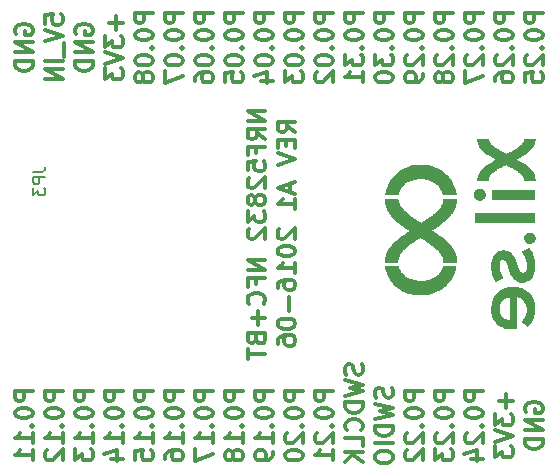
<source format=gbo>
G04 #@! TF.FileFunction,Legend,Bot*
%FSLAX46Y46*%
G04 Gerber Fmt 4.6, Leading zero omitted, Abs format (unit mm)*
G04 Created by KiCad (PCBNEW (2016-06-08 BZR 6904)-stable) date Sat Jun 25 00:42:27 2016*
%MOMM*%
%LPD*%
G01*
G04 APERTURE LIST*
%ADD10C,0.152400*%
%ADD11C,0.300000*%
%ADD12C,0.010000*%
%ADD13C,0.150000*%
G04 APERTURE END LIST*
D10*
D11*
X48298571Y-39137142D02*
X46798571Y-39137142D01*
X48298571Y-39994285D01*
X46798571Y-39994285D01*
X48298571Y-41565714D02*
X47584285Y-41065714D01*
X48298571Y-40708571D02*
X46798571Y-40708571D01*
X46798571Y-41280000D01*
X46870000Y-41422857D01*
X46941428Y-41494285D01*
X47084285Y-41565714D01*
X47298571Y-41565714D01*
X47441428Y-41494285D01*
X47512857Y-41422857D01*
X47584285Y-41280000D01*
X47584285Y-40708571D01*
X47512857Y-42708571D02*
X47512857Y-42208571D01*
X48298571Y-42208571D02*
X46798571Y-42208571D01*
X46798571Y-42922857D01*
X46798571Y-44208571D02*
X46798571Y-43494285D01*
X47512857Y-43422857D01*
X47441428Y-43494285D01*
X47370000Y-43637142D01*
X47370000Y-43994285D01*
X47441428Y-44137142D01*
X47512857Y-44208571D01*
X47655714Y-44280000D01*
X48012857Y-44280000D01*
X48155714Y-44208571D01*
X48227142Y-44137142D01*
X48298571Y-43994285D01*
X48298571Y-43637142D01*
X48227142Y-43494285D01*
X48155714Y-43422857D01*
X46941428Y-44851428D02*
X46870000Y-44922857D01*
X46798571Y-45065714D01*
X46798571Y-45422857D01*
X46870000Y-45565714D01*
X46941428Y-45637142D01*
X47084285Y-45708571D01*
X47227142Y-45708571D01*
X47441428Y-45637142D01*
X48298571Y-44780000D01*
X48298571Y-45708571D01*
X47441428Y-46565714D02*
X47370000Y-46422857D01*
X47298571Y-46351428D01*
X47155714Y-46280000D01*
X47084285Y-46280000D01*
X46941428Y-46351428D01*
X46870000Y-46422857D01*
X46798571Y-46565714D01*
X46798571Y-46851428D01*
X46870000Y-46994285D01*
X46941428Y-47065714D01*
X47084285Y-47137142D01*
X47155714Y-47137142D01*
X47298571Y-47065714D01*
X47370000Y-46994285D01*
X47441428Y-46851428D01*
X47441428Y-46565714D01*
X47512857Y-46422857D01*
X47584285Y-46351428D01*
X47727142Y-46280000D01*
X48012857Y-46280000D01*
X48155714Y-46351428D01*
X48227142Y-46422857D01*
X48298571Y-46565714D01*
X48298571Y-46851428D01*
X48227142Y-46994285D01*
X48155714Y-47065714D01*
X48012857Y-47137142D01*
X47727142Y-47137142D01*
X47584285Y-47065714D01*
X47512857Y-46994285D01*
X47441428Y-46851428D01*
X46798571Y-47637142D02*
X46798571Y-48565714D01*
X47370000Y-48065714D01*
X47370000Y-48280000D01*
X47441428Y-48422857D01*
X47512857Y-48494285D01*
X47655714Y-48565714D01*
X48012857Y-48565714D01*
X48155714Y-48494285D01*
X48227142Y-48422857D01*
X48298571Y-48280000D01*
X48298571Y-47851428D01*
X48227142Y-47708571D01*
X48155714Y-47637142D01*
X46941428Y-49137142D02*
X46870000Y-49208571D01*
X46798571Y-49351428D01*
X46798571Y-49708571D01*
X46870000Y-49851428D01*
X46941428Y-49922857D01*
X47084285Y-49994285D01*
X47227142Y-49994285D01*
X47441428Y-49922857D01*
X48298571Y-49065714D01*
X48298571Y-49994285D01*
X48298571Y-51780000D02*
X46798571Y-51780000D01*
X48298571Y-52637142D01*
X46798571Y-52637142D01*
X47512857Y-53851428D02*
X47512857Y-53351428D01*
X48298571Y-53351428D02*
X46798571Y-53351428D01*
X46798571Y-54065714D01*
X48155714Y-55494285D02*
X48227142Y-55422857D01*
X48298571Y-55208571D01*
X48298571Y-55065714D01*
X48227142Y-54851428D01*
X48084285Y-54708571D01*
X47941428Y-54637142D01*
X47655714Y-54565714D01*
X47441428Y-54565714D01*
X47155714Y-54637142D01*
X47012857Y-54708571D01*
X46870000Y-54851428D01*
X46798571Y-55065714D01*
X46798571Y-55208571D01*
X46870000Y-55422857D01*
X46941428Y-55494285D01*
X47727142Y-56137142D02*
X47727142Y-57280000D01*
X48298571Y-56708571D02*
X47155714Y-56708571D01*
X47512857Y-58494285D02*
X47584285Y-58708571D01*
X47655714Y-58780000D01*
X47798571Y-58851428D01*
X48012857Y-58851428D01*
X48155714Y-58780000D01*
X48227142Y-58708571D01*
X48298571Y-58565714D01*
X48298571Y-57994285D01*
X46798571Y-57994285D01*
X46798571Y-58494285D01*
X46870000Y-58637142D01*
X46941428Y-58708571D01*
X47084285Y-58780000D01*
X47227142Y-58780000D01*
X47370000Y-58708571D01*
X47441428Y-58637142D01*
X47512857Y-58494285D01*
X47512857Y-57994285D01*
X46798571Y-59280000D02*
X46798571Y-60137142D01*
X48298571Y-59708571D02*
X46798571Y-59708571D01*
X50848571Y-40958571D02*
X50134285Y-40458571D01*
X50848571Y-40101428D02*
X49348571Y-40101428D01*
X49348571Y-40672857D01*
X49420000Y-40815714D01*
X49491428Y-40887142D01*
X49634285Y-40958571D01*
X49848571Y-40958571D01*
X49991428Y-40887142D01*
X50062857Y-40815714D01*
X50134285Y-40672857D01*
X50134285Y-40101428D01*
X50062857Y-41601428D02*
X50062857Y-42101428D01*
X50848571Y-42315714D02*
X50848571Y-41601428D01*
X49348571Y-41601428D01*
X49348571Y-42315714D01*
X49348571Y-42744285D02*
X50848571Y-43244285D01*
X49348571Y-43744285D01*
X50420000Y-45315714D02*
X50420000Y-46030000D01*
X50848571Y-45172857D02*
X49348571Y-45672857D01*
X50848571Y-46172857D01*
X50848571Y-47458571D02*
X50848571Y-46601428D01*
X50848571Y-47030000D02*
X49348571Y-47030000D01*
X49562857Y-46887142D01*
X49705714Y-46744285D01*
X49777142Y-46601428D01*
X49491428Y-49172857D02*
X49420000Y-49244285D01*
X49348571Y-49387142D01*
X49348571Y-49744285D01*
X49420000Y-49887142D01*
X49491428Y-49958571D01*
X49634285Y-50030000D01*
X49777142Y-50030000D01*
X49991428Y-49958571D01*
X50848571Y-49101428D01*
X50848571Y-50030000D01*
X49348571Y-50958571D02*
X49348571Y-51101428D01*
X49420000Y-51244285D01*
X49491428Y-51315714D01*
X49634285Y-51387142D01*
X49920000Y-51458571D01*
X50277142Y-51458571D01*
X50562857Y-51387142D01*
X50705714Y-51315714D01*
X50777142Y-51244285D01*
X50848571Y-51101428D01*
X50848571Y-50958571D01*
X50777142Y-50815714D01*
X50705714Y-50744285D01*
X50562857Y-50672857D01*
X50277142Y-50601428D01*
X49920000Y-50601428D01*
X49634285Y-50672857D01*
X49491428Y-50744285D01*
X49420000Y-50815714D01*
X49348571Y-50958571D01*
X50848571Y-52887142D02*
X50848571Y-52030000D01*
X50848571Y-52458571D02*
X49348571Y-52458571D01*
X49562857Y-52315714D01*
X49705714Y-52172857D01*
X49777142Y-52030000D01*
X49348571Y-54172857D02*
X49348571Y-53887142D01*
X49420000Y-53744285D01*
X49491428Y-53672857D01*
X49705714Y-53530000D01*
X49991428Y-53458571D01*
X50562857Y-53458571D01*
X50705714Y-53530000D01*
X50777142Y-53601428D01*
X50848571Y-53744285D01*
X50848571Y-54030000D01*
X50777142Y-54172857D01*
X50705714Y-54244285D01*
X50562857Y-54315714D01*
X50205714Y-54315714D01*
X50062857Y-54244285D01*
X49991428Y-54172857D01*
X49920000Y-54030000D01*
X49920000Y-53744285D01*
X49991428Y-53601428D01*
X50062857Y-53530000D01*
X50205714Y-53458571D01*
X50277142Y-54958571D02*
X50277142Y-56101428D01*
X49348571Y-57101428D02*
X49348571Y-57244285D01*
X49420000Y-57387142D01*
X49491428Y-57458571D01*
X49634285Y-57530000D01*
X49920000Y-57601428D01*
X50277142Y-57601428D01*
X50562857Y-57530000D01*
X50705714Y-57458571D01*
X50777142Y-57387142D01*
X50848571Y-57244285D01*
X50848571Y-57101428D01*
X50777142Y-56958571D01*
X50705714Y-56887142D01*
X50562857Y-56815714D01*
X50277142Y-56744285D01*
X49920000Y-56744285D01*
X49634285Y-56815714D01*
X49491428Y-56887142D01*
X49420000Y-56958571D01*
X49348571Y-57101428D01*
X49348571Y-58887142D02*
X49348571Y-58601428D01*
X49420000Y-58458571D01*
X49491428Y-58387142D01*
X49705714Y-58244285D01*
X49991428Y-58172857D01*
X50562857Y-58172857D01*
X50705714Y-58244285D01*
X50777142Y-58315714D01*
X50848571Y-58458571D01*
X50848571Y-58744285D01*
X50777142Y-58887142D01*
X50705714Y-58958571D01*
X50562857Y-59030000D01*
X50205714Y-59030000D01*
X50062857Y-58958571D01*
X49991428Y-58887142D01*
X49920000Y-58744285D01*
X49920000Y-58458571D01*
X49991428Y-58315714D01*
X50062857Y-58244285D01*
X50205714Y-58172857D01*
X70370000Y-64643142D02*
X70298571Y-64500285D01*
X70298571Y-64286000D01*
X70370000Y-64071714D01*
X70512857Y-63928857D01*
X70655714Y-63857428D01*
X70941428Y-63786000D01*
X71155714Y-63786000D01*
X71441428Y-63857428D01*
X71584285Y-63928857D01*
X71727142Y-64071714D01*
X71798571Y-64286000D01*
X71798571Y-64428857D01*
X71727142Y-64643142D01*
X71655714Y-64714571D01*
X71155714Y-64714571D01*
X71155714Y-64428857D01*
X71798571Y-65357428D02*
X70298571Y-65357428D01*
X71798571Y-66214571D01*
X70298571Y-66214571D01*
X71798571Y-66928857D02*
X70298571Y-66928857D01*
X70298571Y-67286000D01*
X70370000Y-67500285D01*
X70512857Y-67643142D01*
X70655714Y-67714571D01*
X70941428Y-67786000D01*
X71155714Y-67786000D01*
X71441428Y-67714571D01*
X71584285Y-67643142D01*
X71727142Y-67500285D01*
X71798571Y-67286000D01*
X71798571Y-66928857D01*
X68687142Y-63143142D02*
X68687142Y-64286000D01*
X69258571Y-63714571D02*
X68115714Y-63714571D01*
X67758571Y-64857428D02*
X67758571Y-65786000D01*
X68330000Y-65286000D01*
X68330000Y-65500285D01*
X68401428Y-65643142D01*
X68472857Y-65714571D01*
X68615714Y-65786000D01*
X68972857Y-65786000D01*
X69115714Y-65714571D01*
X69187142Y-65643142D01*
X69258571Y-65500285D01*
X69258571Y-65071714D01*
X69187142Y-64928857D01*
X69115714Y-64857428D01*
X67758571Y-66214571D02*
X69258571Y-66714571D01*
X67758571Y-67214571D01*
X67758571Y-67571714D02*
X67758571Y-68500285D01*
X68330000Y-68000285D01*
X68330000Y-68214571D01*
X68401428Y-68357428D01*
X68472857Y-68428857D01*
X68615714Y-68500285D01*
X68972857Y-68500285D01*
X69115714Y-68428857D01*
X69187142Y-68357428D01*
X69258571Y-68214571D01*
X69258571Y-67786000D01*
X69187142Y-67643142D01*
X69115714Y-67571714D01*
X66718571Y-62893142D02*
X65218571Y-62893142D01*
X65218571Y-63464571D01*
X65290000Y-63607428D01*
X65361428Y-63678857D01*
X65504285Y-63750285D01*
X65718571Y-63750285D01*
X65861428Y-63678857D01*
X65932857Y-63607428D01*
X66004285Y-63464571D01*
X66004285Y-62893142D01*
X65218571Y-64678857D02*
X65218571Y-64821714D01*
X65290000Y-64964571D01*
X65361428Y-65036000D01*
X65504285Y-65107428D01*
X65790000Y-65178857D01*
X66147142Y-65178857D01*
X66432857Y-65107428D01*
X66575714Y-65036000D01*
X66647142Y-64964571D01*
X66718571Y-64821714D01*
X66718571Y-64678857D01*
X66647142Y-64536000D01*
X66575714Y-64464571D01*
X66432857Y-64393142D01*
X66147142Y-64321714D01*
X65790000Y-64321714D01*
X65504285Y-64393142D01*
X65361428Y-64464571D01*
X65290000Y-64536000D01*
X65218571Y-64678857D01*
X66575714Y-65821714D02*
X66647142Y-65893142D01*
X66718571Y-65821714D01*
X66647142Y-65750285D01*
X66575714Y-65821714D01*
X66718571Y-65821714D01*
X65361428Y-66464571D02*
X65290000Y-66536000D01*
X65218571Y-66678857D01*
X65218571Y-67036000D01*
X65290000Y-67178857D01*
X65361428Y-67250285D01*
X65504285Y-67321714D01*
X65647142Y-67321714D01*
X65861428Y-67250285D01*
X66718571Y-66393142D01*
X66718571Y-67321714D01*
X65718571Y-68607428D02*
X66718571Y-68607428D01*
X65147142Y-68250285D02*
X66218571Y-67893142D01*
X66218571Y-68821714D01*
X64178571Y-62893142D02*
X62678571Y-62893142D01*
X62678571Y-63464571D01*
X62750000Y-63607428D01*
X62821428Y-63678857D01*
X62964285Y-63750285D01*
X63178571Y-63750285D01*
X63321428Y-63678857D01*
X63392857Y-63607428D01*
X63464285Y-63464571D01*
X63464285Y-62893142D01*
X62678571Y-64678857D02*
X62678571Y-64821714D01*
X62750000Y-64964571D01*
X62821428Y-65036000D01*
X62964285Y-65107428D01*
X63250000Y-65178857D01*
X63607142Y-65178857D01*
X63892857Y-65107428D01*
X64035714Y-65036000D01*
X64107142Y-64964571D01*
X64178571Y-64821714D01*
X64178571Y-64678857D01*
X64107142Y-64536000D01*
X64035714Y-64464571D01*
X63892857Y-64393142D01*
X63607142Y-64321714D01*
X63250000Y-64321714D01*
X62964285Y-64393142D01*
X62821428Y-64464571D01*
X62750000Y-64536000D01*
X62678571Y-64678857D01*
X64035714Y-65821714D02*
X64107142Y-65893142D01*
X64178571Y-65821714D01*
X64107142Y-65750285D01*
X64035714Y-65821714D01*
X64178571Y-65821714D01*
X62821428Y-66464571D02*
X62750000Y-66536000D01*
X62678571Y-66678857D01*
X62678571Y-67036000D01*
X62750000Y-67178857D01*
X62821428Y-67250285D01*
X62964285Y-67321714D01*
X63107142Y-67321714D01*
X63321428Y-67250285D01*
X64178571Y-66393142D01*
X64178571Y-67321714D01*
X62678571Y-67821714D02*
X62678571Y-68750285D01*
X63250000Y-68250285D01*
X63250000Y-68464571D01*
X63321428Y-68607428D01*
X63392857Y-68678857D01*
X63535714Y-68750285D01*
X63892857Y-68750285D01*
X64035714Y-68678857D01*
X64107142Y-68607428D01*
X64178571Y-68464571D01*
X64178571Y-68036000D01*
X64107142Y-67893142D01*
X64035714Y-67821714D01*
X61638571Y-62893142D02*
X60138571Y-62893142D01*
X60138571Y-63464571D01*
X60210000Y-63607428D01*
X60281428Y-63678857D01*
X60424285Y-63750285D01*
X60638571Y-63750285D01*
X60781428Y-63678857D01*
X60852857Y-63607428D01*
X60924285Y-63464571D01*
X60924285Y-62893142D01*
X60138571Y-64678857D02*
X60138571Y-64821714D01*
X60210000Y-64964571D01*
X60281428Y-65036000D01*
X60424285Y-65107428D01*
X60710000Y-65178857D01*
X61067142Y-65178857D01*
X61352857Y-65107428D01*
X61495714Y-65036000D01*
X61567142Y-64964571D01*
X61638571Y-64821714D01*
X61638571Y-64678857D01*
X61567142Y-64536000D01*
X61495714Y-64464571D01*
X61352857Y-64393142D01*
X61067142Y-64321714D01*
X60710000Y-64321714D01*
X60424285Y-64393142D01*
X60281428Y-64464571D01*
X60210000Y-64536000D01*
X60138571Y-64678857D01*
X61495714Y-65821714D02*
X61567142Y-65893142D01*
X61638571Y-65821714D01*
X61567142Y-65750285D01*
X61495714Y-65821714D01*
X61638571Y-65821714D01*
X60281428Y-66464571D02*
X60210000Y-66536000D01*
X60138571Y-66678857D01*
X60138571Y-67036000D01*
X60210000Y-67178857D01*
X60281428Y-67250285D01*
X60424285Y-67321714D01*
X60567142Y-67321714D01*
X60781428Y-67250285D01*
X61638571Y-66393142D01*
X61638571Y-67321714D01*
X60281428Y-67893142D02*
X60210000Y-67964571D01*
X60138571Y-68107428D01*
X60138571Y-68464571D01*
X60210000Y-68607428D01*
X60281428Y-68678857D01*
X60424285Y-68750285D01*
X60567142Y-68750285D01*
X60781428Y-68678857D01*
X61638571Y-67821714D01*
X61638571Y-68750285D01*
X59027142Y-62607428D02*
X59098571Y-62821714D01*
X59098571Y-63178857D01*
X59027142Y-63321714D01*
X58955714Y-63393142D01*
X58812857Y-63464571D01*
X58670000Y-63464571D01*
X58527142Y-63393142D01*
X58455714Y-63321714D01*
X58384285Y-63178857D01*
X58312857Y-62893142D01*
X58241428Y-62750285D01*
X58170000Y-62678857D01*
X58027142Y-62607428D01*
X57884285Y-62607428D01*
X57741428Y-62678857D01*
X57670000Y-62750285D01*
X57598571Y-62893142D01*
X57598571Y-63250285D01*
X57670000Y-63464571D01*
X57598571Y-63964571D02*
X59098571Y-64321714D01*
X58027142Y-64607428D01*
X59098571Y-64893142D01*
X57598571Y-65250285D01*
X59098571Y-65821714D02*
X57598571Y-65821714D01*
X57598571Y-66178857D01*
X57670000Y-66393142D01*
X57812857Y-66536000D01*
X57955714Y-66607428D01*
X58241428Y-66678857D01*
X58455714Y-66678857D01*
X58741428Y-66607428D01*
X58884285Y-66536000D01*
X59027142Y-66393142D01*
X59098571Y-66178857D01*
X59098571Y-65821714D01*
X59098571Y-67321714D02*
X57598571Y-67321714D01*
X57598571Y-68321714D02*
X57598571Y-68607428D01*
X57670000Y-68750285D01*
X57812857Y-68893142D01*
X58098571Y-68964571D01*
X58598571Y-68964571D01*
X58884285Y-68893142D01*
X59027142Y-68750285D01*
X59098571Y-68607428D01*
X59098571Y-68321714D01*
X59027142Y-68178857D01*
X58884285Y-68036000D01*
X58598571Y-67964571D01*
X58098571Y-67964571D01*
X57812857Y-68036000D01*
X57670000Y-68178857D01*
X57598571Y-68321714D01*
X56487142Y-60627142D02*
X56558571Y-60841428D01*
X56558571Y-61198571D01*
X56487142Y-61341428D01*
X56415714Y-61412857D01*
X56272857Y-61484285D01*
X56130000Y-61484285D01*
X55987142Y-61412857D01*
X55915714Y-61341428D01*
X55844285Y-61198571D01*
X55772857Y-60912857D01*
X55701428Y-60770000D01*
X55630000Y-60698571D01*
X55487142Y-60627142D01*
X55344285Y-60627142D01*
X55201428Y-60698571D01*
X55130000Y-60770000D01*
X55058571Y-60912857D01*
X55058571Y-61270000D01*
X55130000Y-61484285D01*
X55058571Y-61984285D02*
X56558571Y-62341428D01*
X55487142Y-62627142D01*
X56558571Y-62912857D01*
X55058571Y-63270000D01*
X56558571Y-63841428D02*
X55058571Y-63841428D01*
X55058571Y-64198571D01*
X55130000Y-64412857D01*
X55272857Y-64555714D01*
X55415714Y-64627142D01*
X55701428Y-64698571D01*
X55915714Y-64698571D01*
X56201428Y-64627142D01*
X56344285Y-64555714D01*
X56487142Y-64412857D01*
X56558571Y-64198571D01*
X56558571Y-63841428D01*
X56415714Y-66198571D02*
X56487142Y-66127142D01*
X56558571Y-65912857D01*
X56558571Y-65770000D01*
X56487142Y-65555714D01*
X56344285Y-65412857D01*
X56201428Y-65341428D01*
X55915714Y-65270000D01*
X55701428Y-65270000D01*
X55415714Y-65341428D01*
X55272857Y-65412857D01*
X55130000Y-65555714D01*
X55058571Y-65770000D01*
X55058571Y-65912857D01*
X55130000Y-66127142D01*
X55201428Y-66198571D01*
X56558571Y-67555714D02*
X56558571Y-66841428D01*
X55058571Y-66841428D01*
X56558571Y-68055714D02*
X55058571Y-68055714D01*
X56558571Y-68912857D02*
X55701428Y-68270000D01*
X55058571Y-68912857D02*
X55915714Y-68055714D01*
X54018571Y-62893142D02*
X52518571Y-62893142D01*
X52518571Y-63464571D01*
X52590000Y-63607428D01*
X52661428Y-63678857D01*
X52804285Y-63750285D01*
X53018571Y-63750285D01*
X53161428Y-63678857D01*
X53232857Y-63607428D01*
X53304285Y-63464571D01*
X53304285Y-62893142D01*
X52518571Y-64678857D02*
X52518571Y-64821714D01*
X52590000Y-64964571D01*
X52661428Y-65036000D01*
X52804285Y-65107428D01*
X53090000Y-65178857D01*
X53447142Y-65178857D01*
X53732857Y-65107428D01*
X53875714Y-65036000D01*
X53947142Y-64964571D01*
X54018571Y-64821714D01*
X54018571Y-64678857D01*
X53947142Y-64536000D01*
X53875714Y-64464571D01*
X53732857Y-64393142D01*
X53447142Y-64321714D01*
X53090000Y-64321714D01*
X52804285Y-64393142D01*
X52661428Y-64464571D01*
X52590000Y-64536000D01*
X52518571Y-64678857D01*
X53875714Y-65821714D02*
X53947142Y-65893142D01*
X54018571Y-65821714D01*
X53947142Y-65750285D01*
X53875714Y-65821714D01*
X54018571Y-65821714D01*
X52661428Y-66464571D02*
X52590000Y-66536000D01*
X52518571Y-66678857D01*
X52518571Y-67036000D01*
X52590000Y-67178857D01*
X52661428Y-67250285D01*
X52804285Y-67321714D01*
X52947142Y-67321714D01*
X53161428Y-67250285D01*
X54018571Y-66393142D01*
X54018571Y-67321714D01*
X54018571Y-68750285D02*
X54018571Y-67893142D01*
X54018571Y-68321714D02*
X52518571Y-68321714D01*
X52732857Y-68178857D01*
X52875714Y-68036000D01*
X52947142Y-67893142D01*
X41318571Y-62893142D02*
X39818571Y-62893142D01*
X39818571Y-63464571D01*
X39890000Y-63607428D01*
X39961428Y-63678857D01*
X40104285Y-63750285D01*
X40318571Y-63750285D01*
X40461428Y-63678857D01*
X40532857Y-63607428D01*
X40604285Y-63464571D01*
X40604285Y-62893142D01*
X39818571Y-64678857D02*
X39818571Y-64821714D01*
X39890000Y-64964571D01*
X39961428Y-65036000D01*
X40104285Y-65107428D01*
X40390000Y-65178857D01*
X40747142Y-65178857D01*
X41032857Y-65107428D01*
X41175714Y-65036000D01*
X41247142Y-64964571D01*
X41318571Y-64821714D01*
X41318571Y-64678857D01*
X41247142Y-64536000D01*
X41175714Y-64464571D01*
X41032857Y-64393142D01*
X40747142Y-64321714D01*
X40390000Y-64321714D01*
X40104285Y-64393142D01*
X39961428Y-64464571D01*
X39890000Y-64536000D01*
X39818571Y-64678857D01*
X41175714Y-65821714D02*
X41247142Y-65893142D01*
X41318571Y-65821714D01*
X41247142Y-65750285D01*
X41175714Y-65821714D01*
X41318571Y-65821714D01*
X41318571Y-67321714D02*
X41318571Y-66464571D01*
X41318571Y-66893142D02*
X39818571Y-66893142D01*
X40032857Y-66750285D01*
X40175714Y-66607428D01*
X40247142Y-66464571D01*
X39818571Y-68607428D02*
X39818571Y-68321714D01*
X39890000Y-68178857D01*
X39961428Y-68107428D01*
X40175714Y-67964571D01*
X40461428Y-67893142D01*
X41032857Y-67893142D01*
X41175714Y-67964571D01*
X41247142Y-68036000D01*
X41318571Y-68178857D01*
X41318571Y-68464571D01*
X41247142Y-68607428D01*
X41175714Y-68678857D01*
X41032857Y-68750285D01*
X40675714Y-68750285D01*
X40532857Y-68678857D01*
X40461428Y-68607428D01*
X40390000Y-68464571D01*
X40390000Y-68178857D01*
X40461428Y-68036000D01*
X40532857Y-67964571D01*
X40675714Y-67893142D01*
X38778571Y-62893142D02*
X37278571Y-62893142D01*
X37278571Y-63464571D01*
X37350000Y-63607428D01*
X37421428Y-63678857D01*
X37564285Y-63750285D01*
X37778571Y-63750285D01*
X37921428Y-63678857D01*
X37992857Y-63607428D01*
X38064285Y-63464571D01*
X38064285Y-62893142D01*
X37278571Y-64678857D02*
X37278571Y-64821714D01*
X37350000Y-64964571D01*
X37421428Y-65036000D01*
X37564285Y-65107428D01*
X37850000Y-65178857D01*
X38207142Y-65178857D01*
X38492857Y-65107428D01*
X38635714Y-65036000D01*
X38707142Y-64964571D01*
X38778571Y-64821714D01*
X38778571Y-64678857D01*
X38707142Y-64536000D01*
X38635714Y-64464571D01*
X38492857Y-64393142D01*
X38207142Y-64321714D01*
X37850000Y-64321714D01*
X37564285Y-64393142D01*
X37421428Y-64464571D01*
X37350000Y-64536000D01*
X37278571Y-64678857D01*
X38635714Y-65821714D02*
X38707142Y-65893142D01*
X38778571Y-65821714D01*
X38707142Y-65750285D01*
X38635714Y-65821714D01*
X38778571Y-65821714D01*
X38778571Y-67321714D02*
X38778571Y-66464571D01*
X38778571Y-66893142D02*
X37278571Y-66893142D01*
X37492857Y-66750285D01*
X37635714Y-66607428D01*
X37707142Y-66464571D01*
X37278571Y-68678857D02*
X37278571Y-67964571D01*
X37992857Y-67893142D01*
X37921428Y-67964571D01*
X37850000Y-68107428D01*
X37850000Y-68464571D01*
X37921428Y-68607428D01*
X37992857Y-68678857D01*
X38135714Y-68750285D01*
X38492857Y-68750285D01*
X38635714Y-68678857D01*
X38707142Y-68607428D01*
X38778571Y-68464571D01*
X38778571Y-68107428D01*
X38707142Y-67964571D01*
X38635714Y-67893142D01*
X36238571Y-62893142D02*
X34738571Y-62893142D01*
X34738571Y-63464571D01*
X34810000Y-63607428D01*
X34881428Y-63678857D01*
X35024285Y-63750285D01*
X35238571Y-63750285D01*
X35381428Y-63678857D01*
X35452857Y-63607428D01*
X35524285Y-63464571D01*
X35524285Y-62893142D01*
X34738571Y-64678857D02*
X34738571Y-64821714D01*
X34810000Y-64964571D01*
X34881428Y-65036000D01*
X35024285Y-65107428D01*
X35310000Y-65178857D01*
X35667142Y-65178857D01*
X35952857Y-65107428D01*
X36095714Y-65036000D01*
X36167142Y-64964571D01*
X36238571Y-64821714D01*
X36238571Y-64678857D01*
X36167142Y-64536000D01*
X36095714Y-64464571D01*
X35952857Y-64393142D01*
X35667142Y-64321714D01*
X35310000Y-64321714D01*
X35024285Y-64393142D01*
X34881428Y-64464571D01*
X34810000Y-64536000D01*
X34738571Y-64678857D01*
X36095714Y-65821714D02*
X36167142Y-65893142D01*
X36238571Y-65821714D01*
X36167142Y-65750285D01*
X36095714Y-65821714D01*
X36238571Y-65821714D01*
X36238571Y-67321714D02*
X36238571Y-66464571D01*
X36238571Y-66893142D02*
X34738571Y-66893142D01*
X34952857Y-66750285D01*
X35095714Y-66607428D01*
X35167142Y-66464571D01*
X35238571Y-68607428D02*
X36238571Y-68607428D01*
X34667142Y-68250285D02*
X35738571Y-67893142D01*
X35738571Y-68821714D01*
X33698571Y-62893142D02*
X32198571Y-62893142D01*
X32198571Y-63464571D01*
X32270000Y-63607428D01*
X32341428Y-63678857D01*
X32484285Y-63750285D01*
X32698571Y-63750285D01*
X32841428Y-63678857D01*
X32912857Y-63607428D01*
X32984285Y-63464571D01*
X32984285Y-62893142D01*
X32198571Y-64678857D02*
X32198571Y-64821714D01*
X32270000Y-64964571D01*
X32341428Y-65036000D01*
X32484285Y-65107428D01*
X32770000Y-65178857D01*
X33127142Y-65178857D01*
X33412857Y-65107428D01*
X33555714Y-65036000D01*
X33627142Y-64964571D01*
X33698571Y-64821714D01*
X33698571Y-64678857D01*
X33627142Y-64536000D01*
X33555714Y-64464571D01*
X33412857Y-64393142D01*
X33127142Y-64321714D01*
X32770000Y-64321714D01*
X32484285Y-64393142D01*
X32341428Y-64464571D01*
X32270000Y-64536000D01*
X32198571Y-64678857D01*
X33555714Y-65821714D02*
X33627142Y-65893142D01*
X33698571Y-65821714D01*
X33627142Y-65750285D01*
X33555714Y-65821714D01*
X33698571Y-65821714D01*
X33698571Y-67321714D02*
X33698571Y-66464571D01*
X33698571Y-66893142D02*
X32198571Y-66893142D01*
X32412857Y-66750285D01*
X32555714Y-66607428D01*
X32627142Y-66464571D01*
X32198571Y-67821714D02*
X32198571Y-68750285D01*
X32770000Y-68250285D01*
X32770000Y-68464571D01*
X32841428Y-68607428D01*
X32912857Y-68678857D01*
X33055714Y-68750285D01*
X33412857Y-68750285D01*
X33555714Y-68678857D01*
X33627142Y-68607428D01*
X33698571Y-68464571D01*
X33698571Y-68036000D01*
X33627142Y-67893142D01*
X33555714Y-67821714D01*
X43858571Y-62893142D02*
X42358571Y-62893142D01*
X42358571Y-63464571D01*
X42430000Y-63607428D01*
X42501428Y-63678857D01*
X42644285Y-63750285D01*
X42858571Y-63750285D01*
X43001428Y-63678857D01*
X43072857Y-63607428D01*
X43144285Y-63464571D01*
X43144285Y-62893142D01*
X42358571Y-64678857D02*
X42358571Y-64821714D01*
X42430000Y-64964571D01*
X42501428Y-65036000D01*
X42644285Y-65107428D01*
X42930000Y-65178857D01*
X43287142Y-65178857D01*
X43572857Y-65107428D01*
X43715714Y-65036000D01*
X43787142Y-64964571D01*
X43858571Y-64821714D01*
X43858571Y-64678857D01*
X43787142Y-64536000D01*
X43715714Y-64464571D01*
X43572857Y-64393142D01*
X43287142Y-64321714D01*
X42930000Y-64321714D01*
X42644285Y-64393142D01*
X42501428Y-64464571D01*
X42430000Y-64536000D01*
X42358571Y-64678857D01*
X43715714Y-65821714D02*
X43787142Y-65893142D01*
X43858571Y-65821714D01*
X43787142Y-65750285D01*
X43715714Y-65821714D01*
X43858571Y-65821714D01*
X43858571Y-67321714D02*
X43858571Y-66464571D01*
X43858571Y-66893142D02*
X42358571Y-66893142D01*
X42572857Y-66750285D01*
X42715714Y-66607428D01*
X42787142Y-66464571D01*
X42358571Y-67821714D02*
X42358571Y-68821714D01*
X43858571Y-68178857D01*
X51478571Y-62893142D02*
X49978571Y-62893142D01*
X49978571Y-63464571D01*
X50050000Y-63607428D01*
X50121428Y-63678857D01*
X50264285Y-63750285D01*
X50478571Y-63750285D01*
X50621428Y-63678857D01*
X50692857Y-63607428D01*
X50764285Y-63464571D01*
X50764285Y-62893142D01*
X49978571Y-64678857D02*
X49978571Y-64821714D01*
X50050000Y-64964571D01*
X50121428Y-65036000D01*
X50264285Y-65107428D01*
X50550000Y-65178857D01*
X50907142Y-65178857D01*
X51192857Y-65107428D01*
X51335714Y-65036000D01*
X51407142Y-64964571D01*
X51478571Y-64821714D01*
X51478571Y-64678857D01*
X51407142Y-64536000D01*
X51335714Y-64464571D01*
X51192857Y-64393142D01*
X50907142Y-64321714D01*
X50550000Y-64321714D01*
X50264285Y-64393142D01*
X50121428Y-64464571D01*
X50050000Y-64536000D01*
X49978571Y-64678857D01*
X51335714Y-65821714D02*
X51407142Y-65893142D01*
X51478571Y-65821714D01*
X51407142Y-65750285D01*
X51335714Y-65821714D01*
X51478571Y-65821714D01*
X50121428Y-66464571D02*
X50050000Y-66536000D01*
X49978571Y-66678857D01*
X49978571Y-67036000D01*
X50050000Y-67178857D01*
X50121428Y-67250285D01*
X50264285Y-67321714D01*
X50407142Y-67321714D01*
X50621428Y-67250285D01*
X51478571Y-66393142D01*
X51478571Y-67321714D01*
X49978571Y-68250285D02*
X49978571Y-68393142D01*
X50050000Y-68536000D01*
X50121428Y-68607428D01*
X50264285Y-68678857D01*
X50550000Y-68750285D01*
X50907142Y-68750285D01*
X51192857Y-68678857D01*
X51335714Y-68607428D01*
X51407142Y-68536000D01*
X51478571Y-68393142D01*
X51478571Y-68250285D01*
X51407142Y-68107428D01*
X51335714Y-68036000D01*
X51192857Y-67964571D01*
X50907142Y-67893142D01*
X50550000Y-67893142D01*
X50264285Y-67964571D01*
X50121428Y-68036000D01*
X50050000Y-68107428D01*
X49978571Y-68250285D01*
X48938571Y-62893142D02*
X47438571Y-62893142D01*
X47438571Y-63464571D01*
X47510000Y-63607428D01*
X47581428Y-63678857D01*
X47724285Y-63750285D01*
X47938571Y-63750285D01*
X48081428Y-63678857D01*
X48152857Y-63607428D01*
X48224285Y-63464571D01*
X48224285Y-62893142D01*
X47438571Y-64678857D02*
X47438571Y-64821714D01*
X47510000Y-64964571D01*
X47581428Y-65036000D01*
X47724285Y-65107428D01*
X48010000Y-65178857D01*
X48367142Y-65178857D01*
X48652857Y-65107428D01*
X48795714Y-65036000D01*
X48867142Y-64964571D01*
X48938571Y-64821714D01*
X48938571Y-64678857D01*
X48867142Y-64536000D01*
X48795714Y-64464571D01*
X48652857Y-64393142D01*
X48367142Y-64321714D01*
X48010000Y-64321714D01*
X47724285Y-64393142D01*
X47581428Y-64464571D01*
X47510000Y-64536000D01*
X47438571Y-64678857D01*
X48795714Y-65821714D02*
X48867142Y-65893142D01*
X48938571Y-65821714D01*
X48867142Y-65750285D01*
X48795714Y-65821714D01*
X48938571Y-65821714D01*
X48938571Y-67321714D02*
X48938571Y-66464571D01*
X48938571Y-66893142D02*
X47438571Y-66893142D01*
X47652857Y-66750285D01*
X47795714Y-66607428D01*
X47867142Y-66464571D01*
X48938571Y-68036000D02*
X48938571Y-68321714D01*
X48867142Y-68464571D01*
X48795714Y-68536000D01*
X48581428Y-68678857D01*
X48295714Y-68750285D01*
X47724285Y-68750285D01*
X47581428Y-68678857D01*
X47510000Y-68607428D01*
X47438571Y-68464571D01*
X47438571Y-68178857D01*
X47510000Y-68036000D01*
X47581428Y-67964571D01*
X47724285Y-67893142D01*
X48081428Y-67893142D01*
X48224285Y-67964571D01*
X48295714Y-68036000D01*
X48367142Y-68178857D01*
X48367142Y-68464571D01*
X48295714Y-68607428D01*
X48224285Y-68678857D01*
X48081428Y-68750285D01*
X46398571Y-62893142D02*
X44898571Y-62893142D01*
X44898571Y-63464571D01*
X44970000Y-63607428D01*
X45041428Y-63678857D01*
X45184285Y-63750285D01*
X45398571Y-63750285D01*
X45541428Y-63678857D01*
X45612857Y-63607428D01*
X45684285Y-63464571D01*
X45684285Y-62893142D01*
X44898571Y-64678857D02*
X44898571Y-64821714D01*
X44970000Y-64964571D01*
X45041428Y-65036000D01*
X45184285Y-65107428D01*
X45470000Y-65178857D01*
X45827142Y-65178857D01*
X46112857Y-65107428D01*
X46255714Y-65036000D01*
X46327142Y-64964571D01*
X46398571Y-64821714D01*
X46398571Y-64678857D01*
X46327142Y-64536000D01*
X46255714Y-64464571D01*
X46112857Y-64393142D01*
X45827142Y-64321714D01*
X45470000Y-64321714D01*
X45184285Y-64393142D01*
X45041428Y-64464571D01*
X44970000Y-64536000D01*
X44898571Y-64678857D01*
X46255714Y-65821714D02*
X46327142Y-65893142D01*
X46398571Y-65821714D01*
X46327142Y-65750285D01*
X46255714Y-65821714D01*
X46398571Y-65821714D01*
X46398571Y-67321714D02*
X46398571Y-66464571D01*
X46398571Y-66893142D02*
X44898571Y-66893142D01*
X45112857Y-66750285D01*
X45255714Y-66607428D01*
X45327142Y-66464571D01*
X45541428Y-68178857D02*
X45470000Y-68036000D01*
X45398571Y-67964571D01*
X45255714Y-67893142D01*
X45184285Y-67893142D01*
X45041428Y-67964571D01*
X44970000Y-68036000D01*
X44898571Y-68178857D01*
X44898571Y-68464571D01*
X44970000Y-68607428D01*
X45041428Y-68678857D01*
X45184285Y-68750285D01*
X45255714Y-68750285D01*
X45398571Y-68678857D01*
X45470000Y-68607428D01*
X45541428Y-68464571D01*
X45541428Y-68178857D01*
X45612857Y-68036000D01*
X45684285Y-67964571D01*
X45827142Y-67893142D01*
X46112857Y-67893142D01*
X46255714Y-67964571D01*
X46327142Y-68036000D01*
X46398571Y-68178857D01*
X46398571Y-68464571D01*
X46327142Y-68607428D01*
X46255714Y-68678857D01*
X46112857Y-68750285D01*
X45827142Y-68750285D01*
X45684285Y-68678857D01*
X45612857Y-68607428D01*
X45541428Y-68464571D01*
X28618571Y-62893142D02*
X27118571Y-62893142D01*
X27118571Y-63464571D01*
X27190000Y-63607428D01*
X27261428Y-63678857D01*
X27404285Y-63750285D01*
X27618571Y-63750285D01*
X27761428Y-63678857D01*
X27832857Y-63607428D01*
X27904285Y-63464571D01*
X27904285Y-62893142D01*
X27118571Y-64678857D02*
X27118571Y-64821714D01*
X27190000Y-64964571D01*
X27261428Y-65036000D01*
X27404285Y-65107428D01*
X27690000Y-65178857D01*
X28047142Y-65178857D01*
X28332857Y-65107428D01*
X28475714Y-65036000D01*
X28547142Y-64964571D01*
X28618571Y-64821714D01*
X28618571Y-64678857D01*
X28547142Y-64536000D01*
X28475714Y-64464571D01*
X28332857Y-64393142D01*
X28047142Y-64321714D01*
X27690000Y-64321714D01*
X27404285Y-64393142D01*
X27261428Y-64464571D01*
X27190000Y-64536000D01*
X27118571Y-64678857D01*
X28475714Y-65821714D02*
X28547142Y-65893142D01*
X28618571Y-65821714D01*
X28547142Y-65750285D01*
X28475714Y-65821714D01*
X28618571Y-65821714D01*
X28618571Y-67321714D02*
X28618571Y-66464571D01*
X28618571Y-66893142D02*
X27118571Y-66893142D01*
X27332857Y-66750285D01*
X27475714Y-66607428D01*
X27547142Y-66464571D01*
X28618571Y-68750285D02*
X28618571Y-67893142D01*
X28618571Y-68321714D02*
X27118571Y-68321714D01*
X27332857Y-68178857D01*
X27475714Y-68036000D01*
X27547142Y-67893142D01*
X31158571Y-62893142D02*
X29658571Y-62893142D01*
X29658571Y-63464571D01*
X29730000Y-63607428D01*
X29801428Y-63678857D01*
X29944285Y-63750285D01*
X30158571Y-63750285D01*
X30301428Y-63678857D01*
X30372857Y-63607428D01*
X30444285Y-63464571D01*
X30444285Y-62893142D01*
X29658571Y-64678857D02*
X29658571Y-64821714D01*
X29730000Y-64964571D01*
X29801428Y-65036000D01*
X29944285Y-65107428D01*
X30230000Y-65178857D01*
X30587142Y-65178857D01*
X30872857Y-65107428D01*
X31015714Y-65036000D01*
X31087142Y-64964571D01*
X31158571Y-64821714D01*
X31158571Y-64678857D01*
X31087142Y-64536000D01*
X31015714Y-64464571D01*
X30872857Y-64393142D01*
X30587142Y-64321714D01*
X30230000Y-64321714D01*
X29944285Y-64393142D01*
X29801428Y-64464571D01*
X29730000Y-64536000D01*
X29658571Y-64678857D01*
X31015714Y-65821714D02*
X31087142Y-65893142D01*
X31158571Y-65821714D01*
X31087142Y-65750285D01*
X31015714Y-65821714D01*
X31158571Y-65821714D01*
X31158571Y-67321714D02*
X31158571Y-66464571D01*
X31158571Y-66893142D02*
X29658571Y-66893142D01*
X29872857Y-66750285D01*
X30015714Y-66607428D01*
X30087142Y-66464571D01*
X29801428Y-67893142D02*
X29730000Y-67964571D01*
X29658571Y-68107428D01*
X29658571Y-68464571D01*
X29730000Y-68607428D01*
X29801428Y-68678857D01*
X29944285Y-68750285D01*
X30087142Y-68750285D01*
X30301428Y-68678857D01*
X31158571Y-67821714D01*
X31158571Y-68750285D01*
X29658571Y-31782000D02*
X29658571Y-31067714D01*
X30372857Y-30996285D01*
X30301428Y-31067714D01*
X30230000Y-31210571D01*
X30230000Y-31567714D01*
X30301428Y-31710571D01*
X30372857Y-31782000D01*
X30515714Y-31853428D01*
X30872857Y-31853428D01*
X31015714Y-31782000D01*
X31087142Y-31710571D01*
X31158571Y-31567714D01*
X31158571Y-31210571D01*
X31087142Y-31067714D01*
X31015714Y-30996285D01*
X29658571Y-32282000D02*
X31158571Y-32782000D01*
X29658571Y-33282000D01*
X31301428Y-33424857D02*
X31301428Y-34567714D01*
X31158571Y-34924857D02*
X29658571Y-34924857D01*
X31158571Y-35639142D02*
X29658571Y-35639142D01*
X31158571Y-36496285D01*
X29658571Y-36496285D01*
X27190000Y-32639142D02*
X27118571Y-32496285D01*
X27118571Y-32282000D01*
X27190000Y-32067714D01*
X27332857Y-31924857D01*
X27475714Y-31853428D01*
X27761428Y-31782000D01*
X27975714Y-31782000D01*
X28261428Y-31853428D01*
X28404285Y-31924857D01*
X28547142Y-32067714D01*
X28618571Y-32282000D01*
X28618571Y-32424857D01*
X28547142Y-32639142D01*
X28475714Y-32710571D01*
X27975714Y-32710571D01*
X27975714Y-32424857D01*
X28618571Y-33353428D02*
X27118571Y-33353428D01*
X28618571Y-34210571D01*
X27118571Y-34210571D01*
X28618571Y-34924857D02*
X27118571Y-34924857D01*
X27118571Y-35282000D01*
X27190000Y-35496285D01*
X27332857Y-35639142D01*
X27475714Y-35710571D01*
X27761428Y-35782000D01*
X27975714Y-35782000D01*
X28261428Y-35710571D01*
X28404285Y-35639142D01*
X28547142Y-35496285D01*
X28618571Y-35282000D01*
X28618571Y-34924857D01*
X46398571Y-30889142D02*
X44898571Y-30889142D01*
X44898571Y-31460571D01*
X44970000Y-31603428D01*
X45041428Y-31674857D01*
X45184285Y-31746285D01*
X45398571Y-31746285D01*
X45541428Y-31674857D01*
X45612857Y-31603428D01*
X45684285Y-31460571D01*
X45684285Y-30889142D01*
X44898571Y-32674857D02*
X44898571Y-32817714D01*
X44970000Y-32960571D01*
X45041428Y-33032000D01*
X45184285Y-33103428D01*
X45470000Y-33174857D01*
X45827142Y-33174857D01*
X46112857Y-33103428D01*
X46255714Y-33032000D01*
X46327142Y-32960571D01*
X46398571Y-32817714D01*
X46398571Y-32674857D01*
X46327142Y-32532000D01*
X46255714Y-32460571D01*
X46112857Y-32389142D01*
X45827142Y-32317714D01*
X45470000Y-32317714D01*
X45184285Y-32389142D01*
X45041428Y-32460571D01*
X44970000Y-32532000D01*
X44898571Y-32674857D01*
X46255714Y-33817714D02*
X46327142Y-33889142D01*
X46398571Y-33817714D01*
X46327142Y-33746285D01*
X46255714Y-33817714D01*
X46398571Y-33817714D01*
X44898571Y-34817714D02*
X44898571Y-34960571D01*
X44970000Y-35103428D01*
X45041428Y-35174857D01*
X45184285Y-35246285D01*
X45470000Y-35317714D01*
X45827142Y-35317714D01*
X46112857Y-35246285D01*
X46255714Y-35174857D01*
X46327142Y-35103428D01*
X46398571Y-34960571D01*
X46398571Y-34817714D01*
X46327142Y-34674857D01*
X46255714Y-34603428D01*
X46112857Y-34532000D01*
X45827142Y-34460571D01*
X45470000Y-34460571D01*
X45184285Y-34532000D01*
X45041428Y-34603428D01*
X44970000Y-34674857D01*
X44898571Y-34817714D01*
X44898571Y-36674857D02*
X44898571Y-35960571D01*
X45612857Y-35889142D01*
X45541428Y-35960571D01*
X45470000Y-36103428D01*
X45470000Y-36460571D01*
X45541428Y-36603428D01*
X45612857Y-36674857D01*
X45755714Y-36746285D01*
X46112857Y-36746285D01*
X46255714Y-36674857D01*
X46327142Y-36603428D01*
X46398571Y-36460571D01*
X46398571Y-36103428D01*
X46327142Y-35960571D01*
X46255714Y-35889142D01*
X48938571Y-30889142D02*
X47438571Y-30889142D01*
X47438571Y-31460571D01*
X47510000Y-31603428D01*
X47581428Y-31674857D01*
X47724285Y-31746285D01*
X47938571Y-31746285D01*
X48081428Y-31674857D01*
X48152857Y-31603428D01*
X48224285Y-31460571D01*
X48224285Y-30889142D01*
X47438571Y-32674857D02*
X47438571Y-32817714D01*
X47510000Y-32960571D01*
X47581428Y-33032000D01*
X47724285Y-33103428D01*
X48010000Y-33174857D01*
X48367142Y-33174857D01*
X48652857Y-33103428D01*
X48795714Y-33032000D01*
X48867142Y-32960571D01*
X48938571Y-32817714D01*
X48938571Y-32674857D01*
X48867142Y-32532000D01*
X48795714Y-32460571D01*
X48652857Y-32389142D01*
X48367142Y-32317714D01*
X48010000Y-32317714D01*
X47724285Y-32389142D01*
X47581428Y-32460571D01*
X47510000Y-32532000D01*
X47438571Y-32674857D01*
X48795714Y-33817714D02*
X48867142Y-33889142D01*
X48938571Y-33817714D01*
X48867142Y-33746285D01*
X48795714Y-33817714D01*
X48938571Y-33817714D01*
X47438571Y-34817714D02*
X47438571Y-34960571D01*
X47510000Y-35103428D01*
X47581428Y-35174857D01*
X47724285Y-35246285D01*
X48010000Y-35317714D01*
X48367142Y-35317714D01*
X48652857Y-35246285D01*
X48795714Y-35174857D01*
X48867142Y-35103428D01*
X48938571Y-34960571D01*
X48938571Y-34817714D01*
X48867142Y-34674857D01*
X48795714Y-34603428D01*
X48652857Y-34532000D01*
X48367142Y-34460571D01*
X48010000Y-34460571D01*
X47724285Y-34532000D01*
X47581428Y-34603428D01*
X47510000Y-34674857D01*
X47438571Y-34817714D01*
X47938571Y-36603428D02*
X48938571Y-36603428D01*
X47367142Y-36246285D02*
X48438571Y-35889142D01*
X48438571Y-36817714D01*
X51478571Y-30889142D02*
X49978571Y-30889142D01*
X49978571Y-31460571D01*
X50050000Y-31603428D01*
X50121428Y-31674857D01*
X50264285Y-31746285D01*
X50478571Y-31746285D01*
X50621428Y-31674857D01*
X50692857Y-31603428D01*
X50764285Y-31460571D01*
X50764285Y-30889142D01*
X49978571Y-32674857D02*
X49978571Y-32817714D01*
X50050000Y-32960571D01*
X50121428Y-33032000D01*
X50264285Y-33103428D01*
X50550000Y-33174857D01*
X50907142Y-33174857D01*
X51192857Y-33103428D01*
X51335714Y-33032000D01*
X51407142Y-32960571D01*
X51478571Y-32817714D01*
X51478571Y-32674857D01*
X51407142Y-32532000D01*
X51335714Y-32460571D01*
X51192857Y-32389142D01*
X50907142Y-32317714D01*
X50550000Y-32317714D01*
X50264285Y-32389142D01*
X50121428Y-32460571D01*
X50050000Y-32532000D01*
X49978571Y-32674857D01*
X51335714Y-33817714D02*
X51407142Y-33889142D01*
X51478571Y-33817714D01*
X51407142Y-33746285D01*
X51335714Y-33817714D01*
X51478571Y-33817714D01*
X49978571Y-34817714D02*
X49978571Y-34960571D01*
X50050000Y-35103428D01*
X50121428Y-35174857D01*
X50264285Y-35246285D01*
X50550000Y-35317714D01*
X50907142Y-35317714D01*
X51192857Y-35246285D01*
X51335714Y-35174857D01*
X51407142Y-35103428D01*
X51478571Y-34960571D01*
X51478571Y-34817714D01*
X51407142Y-34674857D01*
X51335714Y-34603428D01*
X51192857Y-34532000D01*
X50907142Y-34460571D01*
X50550000Y-34460571D01*
X50264285Y-34532000D01*
X50121428Y-34603428D01*
X50050000Y-34674857D01*
X49978571Y-34817714D01*
X49978571Y-35817714D02*
X49978571Y-36746285D01*
X50550000Y-36246285D01*
X50550000Y-36460571D01*
X50621428Y-36603428D01*
X50692857Y-36674857D01*
X50835714Y-36746285D01*
X51192857Y-36746285D01*
X51335714Y-36674857D01*
X51407142Y-36603428D01*
X51478571Y-36460571D01*
X51478571Y-36032000D01*
X51407142Y-35889142D01*
X51335714Y-35817714D01*
X43858571Y-30889142D02*
X42358571Y-30889142D01*
X42358571Y-31460571D01*
X42430000Y-31603428D01*
X42501428Y-31674857D01*
X42644285Y-31746285D01*
X42858571Y-31746285D01*
X43001428Y-31674857D01*
X43072857Y-31603428D01*
X43144285Y-31460571D01*
X43144285Y-30889142D01*
X42358571Y-32674857D02*
X42358571Y-32817714D01*
X42430000Y-32960571D01*
X42501428Y-33032000D01*
X42644285Y-33103428D01*
X42930000Y-33174857D01*
X43287142Y-33174857D01*
X43572857Y-33103428D01*
X43715714Y-33032000D01*
X43787142Y-32960571D01*
X43858571Y-32817714D01*
X43858571Y-32674857D01*
X43787142Y-32532000D01*
X43715714Y-32460571D01*
X43572857Y-32389142D01*
X43287142Y-32317714D01*
X42930000Y-32317714D01*
X42644285Y-32389142D01*
X42501428Y-32460571D01*
X42430000Y-32532000D01*
X42358571Y-32674857D01*
X43715714Y-33817714D02*
X43787142Y-33889142D01*
X43858571Y-33817714D01*
X43787142Y-33746285D01*
X43715714Y-33817714D01*
X43858571Y-33817714D01*
X42358571Y-34817714D02*
X42358571Y-34960571D01*
X42430000Y-35103428D01*
X42501428Y-35174857D01*
X42644285Y-35246285D01*
X42930000Y-35317714D01*
X43287142Y-35317714D01*
X43572857Y-35246285D01*
X43715714Y-35174857D01*
X43787142Y-35103428D01*
X43858571Y-34960571D01*
X43858571Y-34817714D01*
X43787142Y-34674857D01*
X43715714Y-34603428D01*
X43572857Y-34532000D01*
X43287142Y-34460571D01*
X42930000Y-34460571D01*
X42644285Y-34532000D01*
X42501428Y-34603428D01*
X42430000Y-34674857D01*
X42358571Y-34817714D01*
X42358571Y-36603428D02*
X42358571Y-36317714D01*
X42430000Y-36174857D01*
X42501428Y-36103428D01*
X42715714Y-35960571D01*
X43001428Y-35889142D01*
X43572857Y-35889142D01*
X43715714Y-35960571D01*
X43787142Y-36032000D01*
X43858571Y-36174857D01*
X43858571Y-36460571D01*
X43787142Y-36603428D01*
X43715714Y-36674857D01*
X43572857Y-36746285D01*
X43215714Y-36746285D01*
X43072857Y-36674857D01*
X43001428Y-36603428D01*
X42930000Y-36460571D01*
X42930000Y-36174857D01*
X43001428Y-36032000D01*
X43072857Y-35960571D01*
X43215714Y-35889142D01*
X32270000Y-32639142D02*
X32198571Y-32496285D01*
X32198571Y-32282000D01*
X32270000Y-32067714D01*
X32412857Y-31924857D01*
X32555714Y-31853428D01*
X32841428Y-31782000D01*
X33055714Y-31782000D01*
X33341428Y-31853428D01*
X33484285Y-31924857D01*
X33627142Y-32067714D01*
X33698571Y-32282000D01*
X33698571Y-32424857D01*
X33627142Y-32639142D01*
X33555714Y-32710571D01*
X33055714Y-32710571D01*
X33055714Y-32424857D01*
X33698571Y-33353428D02*
X32198571Y-33353428D01*
X33698571Y-34210571D01*
X32198571Y-34210571D01*
X33698571Y-34924857D02*
X32198571Y-34924857D01*
X32198571Y-35282000D01*
X32270000Y-35496285D01*
X32412857Y-35639142D01*
X32555714Y-35710571D01*
X32841428Y-35782000D01*
X33055714Y-35782000D01*
X33341428Y-35710571D01*
X33484285Y-35639142D01*
X33627142Y-35496285D01*
X33698571Y-35282000D01*
X33698571Y-34924857D01*
X35667142Y-31139142D02*
X35667142Y-32282000D01*
X36238571Y-31710571D02*
X35095714Y-31710571D01*
X34738571Y-32853428D02*
X34738571Y-33782000D01*
X35310000Y-33282000D01*
X35310000Y-33496285D01*
X35381428Y-33639142D01*
X35452857Y-33710571D01*
X35595714Y-33782000D01*
X35952857Y-33782000D01*
X36095714Y-33710571D01*
X36167142Y-33639142D01*
X36238571Y-33496285D01*
X36238571Y-33067714D01*
X36167142Y-32924857D01*
X36095714Y-32853428D01*
X34738571Y-34210571D02*
X36238571Y-34710571D01*
X34738571Y-35210571D01*
X34738571Y-35567714D02*
X34738571Y-36496285D01*
X35310000Y-35996285D01*
X35310000Y-36210571D01*
X35381428Y-36353428D01*
X35452857Y-36424857D01*
X35595714Y-36496285D01*
X35952857Y-36496285D01*
X36095714Y-36424857D01*
X36167142Y-36353428D01*
X36238571Y-36210571D01*
X36238571Y-35782000D01*
X36167142Y-35639142D01*
X36095714Y-35567714D01*
X38778571Y-30889142D02*
X37278571Y-30889142D01*
X37278571Y-31460571D01*
X37350000Y-31603428D01*
X37421428Y-31674857D01*
X37564285Y-31746285D01*
X37778571Y-31746285D01*
X37921428Y-31674857D01*
X37992857Y-31603428D01*
X38064285Y-31460571D01*
X38064285Y-30889142D01*
X37278571Y-32674857D02*
X37278571Y-32817714D01*
X37350000Y-32960571D01*
X37421428Y-33032000D01*
X37564285Y-33103428D01*
X37850000Y-33174857D01*
X38207142Y-33174857D01*
X38492857Y-33103428D01*
X38635714Y-33032000D01*
X38707142Y-32960571D01*
X38778571Y-32817714D01*
X38778571Y-32674857D01*
X38707142Y-32532000D01*
X38635714Y-32460571D01*
X38492857Y-32389142D01*
X38207142Y-32317714D01*
X37850000Y-32317714D01*
X37564285Y-32389142D01*
X37421428Y-32460571D01*
X37350000Y-32532000D01*
X37278571Y-32674857D01*
X38635714Y-33817714D02*
X38707142Y-33889142D01*
X38778571Y-33817714D01*
X38707142Y-33746285D01*
X38635714Y-33817714D01*
X38778571Y-33817714D01*
X37278571Y-34817714D02*
X37278571Y-34960571D01*
X37350000Y-35103428D01*
X37421428Y-35174857D01*
X37564285Y-35246285D01*
X37850000Y-35317714D01*
X38207142Y-35317714D01*
X38492857Y-35246285D01*
X38635714Y-35174857D01*
X38707142Y-35103428D01*
X38778571Y-34960571D01*
X38778571Y-34817714D01*
X38707142Y-34674857D01*
X38635714Y-34603428D01*
X38492857Y-34532000D01*
X38207142Y-34460571D01*
X37850000Y-34460571D01*
X37564285Y-34532000D01*
X37421428Y-34603428D01*
X37350000Y-34674857D01*
X37278571Y-34817714D01*
X37921428Y-36174857D02*
X37850000Y-36032000D01*
X37778571Y-35960571D01*
X37635714Y-35889142D01*
X37564285Y-35889142D01*
X37421428Y-35960571D01*
X37350000Y-36032000D01*
X37278571Y-36174857D01*
X37278571Y-36460571D01*
X37350000Y-36603428D01*
X37421428Y-36674857D01*
X37564285Y-36746285D01*
X37635714Y-36746285D01*
X37778571Y-36674857D01*
X37850000Y-36603428D01*
X37921428Y-36460571D01*
X37921428Y-36174857D01*
X37992857Y-36032000D01*
X38064285Y-35960571D01*
X38207142Y-35889142D01*
X38492857Y-35889142D01*
X38635714Y-35960571D01*
X38707142Y-36032000D01*
X38778571Y-36174857D01*
X38778571Y-36460571D01*
X38707142Y-36603428D01*
X38635714Y-36674857D01*
X38492857Y-36746285D01*
X38207142Y-36746285D01*
X38064285Y-36674857D01*
X37992857Y-36603428D01*
X37921428Y-36460571D01*
X41318571Y-30889142D02*
X39818571Y-30889142D01*
X39818571Y-31460571D01*
X39890000Y-31603428D01*
X39961428Y-31674857D01*
X40104285Y-31746285D01*
X40318571Y-31746285D01*
X40461428Y-31674857D01*
X40532857Y-31603428D01*
X40604285Y-31460571D01*
X40604285Y-30889142D01*
X39818571Y-32674857D02*
X39818571Y-32817714D01*
X39890000Y-32960571D01*
X39961428Y-33032000D01*
X40104285Y-33103428D01*
X40390000Y-33174857D01*
X40747142Y-33174857D01*
X41032857Y-33103428D01*
X41175714Y-33032000D01*
X41247142Y-32960571D01*
X41318571Y-32817714D01*
X41318571Y-32674857D01*
X41247142Y-32532000D01*
X41175714Y-32460571D01*
X41032857Y-32389142D01*
X40747142Y-32317714D01*
X40390000Y-32317714D01*
X40104285Y-32389142D01*
X39961428Y-32460571D01*
X39890000Y-32532000D01*
X39818571Y-32674857D01*
X41175714Y-33817714D02*
X41247142Y-33889142D01*
X41318571Y-33817714D01*
X41247142Y-33746285D01*
X41175714Y-33817714D01*
X41318571Y-33817714D01*
X39818571Y-34817714D02*
X39818571Y-34960571D01*
X39890000Y-35103428D01*
X39961428Y-35174857D01*
X40104285Y-35246285D01*
X40390000Y-35317714D01*
X40747142Y-35317714D01*
X41032857Y-35246285D01*
X41175714Y-35174857D01*
X41247142Y-35103428D01*
X41318571Y-34960571D01*
X41318571Y-34817714D01*
X41247142Y-34674857D01*
X41175714Y-34603428D01*
X41032857Y-34532000D01*
X40747142Y-34460571D01*
X40390000Y-34460571D01*
X40104285Y-34532000D01*
X39961428Y-34603428D01*
X39890000Y-34674857D01*
X39818571Y-34817714D01*
X39818571Y-35817714D02*
X39818571Y-36817714D01*
X41318571Y-36174857D01*
X54018571Y-30889142D02*
X52518571Y-30889142D01*
X52518571Y-31460571D01*
X52590000Y-31603428D01*
X52661428Y-31674857D01*
X52804285Y-31746285D01*
X53018571Y-31746285D01*
X53161428Y-31674857D01*
X53232857Y-31603428D01*
X53304285Y-31460571D01*
X53304285Y-30889142D01*
X52518571Y-32674857D02*
X52518571Y-32817714D01*
X52590000Y-32960571D01*
X52661428Y-33032000D01*
X52804285Y-33103428D01*
X53090000Y-33174857D01*
X53447142Y-33174857D01*
X53732857Y-33103428D01*
X53875714Y-33032000D01*
X53947142Y-32960571D01*
X54018571Y-32817714D01*
X54018571Y-32674857D01*
X53947142Y-32532000D01*
X53875714Y-32460571D01*
X53732857Y-32389142D01*
X53447142Y-32317714D01*
X53090000Y-32317714D01*
X52804285Y-32389142D01*
X52661428Y-32460571D01*
X52590000Y-32532000D01*
X52518571Y-32674857D01*
X53875714Y-33817714D02*
X53947142Y-33889142D01*
X54018571Y-33817714D01*
X53947142Y-33746285D01*
X53875714Y-33817714D01*
X54018571Y-33817714D01*
X52518571Y-34817714D02*
X52518571Y-34960571D01*
X52590000Y-35103428D01*
X52661428Y-35174857D01*
X52804285Y-35246285D01*
X53090000Y-35317714D01*
X53447142Y-35317714D01*
X53732857Y-35246285D01*
X53875714Y-35174857D01*
X53947142Y-35103428D01*
X54018571Y-34960571D01*
X54018571Y-34817714D01*
X53947142Y-34674857D01*
X53875714Y-34603428D01*
X53732857Y-34532000D01*
X53447142Y-34460571D01*
X53090000Y-34460571D01*
X52804285Y-34532000D01*
X52661428Y-34603428D01*
X52590000Y-34674857D01*
X52518571Y-34817714D01*
X52661428Y-35889142D02*
X52590000Y-35960571D01*
X52518571Y-36103428D01*
X52518571Y-36460571D01*
X52590000Y-36603428D01*
X52661428Y-36674857D01*
X52804285Y-36746285D01*
X52947142Y-36746285D01*
X53161428Y-36674857D01*
X54018571Y-35817714D01*
X54018571Y-36746285D01*
X56558571Y-30889142D02*
X55058571Y-30889142D01*
X55058571Y-31460571D01*
X55130000Y-31603428D01*
X55201428Y-31674857D01*
X55344285Y-31746285D01*
X55558571Y-31746285D01*
X55701428Y-31674857D01*
X55772857Y-31603428D01*
X55844285Y-31460571D01*
X55844285Y-30889142D01*
X55058571Y-32674857D02*
X55058571Y-32817714D01*
X55130000Y-32960571D01*
X55201428Y-33032000D01*
X55344285Y-33103428D01*
X55630000Y-33174857D01*
X55987142Y-33174857D01*
X56272857Y-33103428D01*
X56415714Y-33032000D01*
X56487142Y-32960571D01*
X56558571Y-32817714D01*
X56558571Y-32674857D01*
X56487142Y-32532000D01*
X56415714Y-32460571D01*
X56272857Y-32389142D01*
X55987142Y-32317714D01*
X55630000Y-32317714D01*
X55344285Y-32389142D01*
X55201428Y-32460571D01*
X55130000Y-32532000D01*
X55058571Y-32674857D01*
X56415714Y-33817714D02*
X56487142Y-33889142D01*
X56558571Y-33817714D01*
X56487142Y-33746285D01*
X56415714Y-33817714D01*
X56558571Y-33817714D01*
X55058571Y-34389142D02*
X55058571Y-35317714D01*
X55630000Y-34817714D01*
X55630000Y-35032000D01*
X55701428Y-35174857D01*
X55772857Y-35246285D01*
X55915714Y-35317714D01*
X56272857Y-35317714D01*
X56415714Y-35246285D01*
X56487142Y-35174857D01*
X56558571Y-35032000D01*
X56558571Y-34603428D01*
X56487142Y-34460571D01*
X56415714Y-34389142D01*
X56558571Y-36746285D02*
X56558571Y-35889142D01*
X56558571Y-36317714D02*
X55058571Y-36317714D01*
X55272857Y-36174857D01*
X55415714Y-36032000D01*
X55487142Y-35889142D01*
X59098571Y-30889142D02*
X57598571Y-30889142D01*
X57598571Y-31460571D01*
X57670000Y-31603428D01*
X57741428Y-31674857D01*
X57884285Y-31746285D01*
X58098571Y-31746285D01*
X58241428Y-31674857D01*
X58312857Y-31603428D01*
X58384285Y-31460571D01*
X58384285Y-30889142D01*
X57598571Y-32674857D02*
X57598571Y-32817714D01*
X57670000Y-32960571D01*
X57741428Y-33032000D01*
X57884285Y-33103428D01*
X58170000Y-33174857D01*
X58527142Y-33174857D01*
X58812857Y-33103428D01*
X58955714Y-33032000D01*
X59027142Y-32960571D01*
X59098571Y-32817714D01*
X59098571Y-32674857D01*
X59027142Y-32532000D01*
X58955714Y-32460571D01*
X58812857Y-32389142D01*
X58527142Y-32317714D01*
X58170000Y-32317714D01*
X57884285Y-32389142D01*
X57741428Y-32460571D01*
X57670000Y-32532000D01*
X57598571Y-32674857D01*
X58955714Y-33817714D02*
X59027142Y-33889142D01*
X59098571Y-33817714D01*
X59027142Y-33746285D01*
X58955714Y-33817714D01*
X59098571Y-33817714D01*
X57598571Y-34389142D02*
X57598571Y-35317714D01*
X58170000Y-34817714D01*
X58170000Y-35032000D01*
X58241428Y-35174857D01*
X58312857Y-35246285D01*
X58455714Y-35317714D01*
X58812857Y-35317714D01*
X58955714Y-35246285D01*
X59027142Y-35174857D01*
X59098571Y-35032000D01*
X59098571Y-34603428D01*
X59027142Y-34460571D01*
X58955714Y-34389142D01*
X57598571Y-36246285D02*
X57598571Y-36389142D01*
X57670000Y-36532000D01*
X57741428Y-36603428D01*
X57884285Y-36674857D01*
X58170000Y-36746285D01*
X58527142Y-36746285D01*
X58812857Y-36674857D01*
X58955714Y-36603428D01*
X59027142Y-36532000D01*
X59098571Y-36389142D01*
X59098571Y-36246285D01*
X59027142Y-36103428D01*
X58955714Y-36032000D01*
X58812857Y-35960571D01*
X58527142Y-35889142D01*
X58170000Y-35889142D01*
X57884285Y-35960571D01*
X57741428Y-36032000D01*
X57670000Y-36103428D01*
X57598571Y-36246285D01*
X61638571Y-30889142D02*
X60138571Y-30889142D01*
X60138571Y-31460571D01*
X60210000Y-31603428D01*
X60281428Y-31674857D01*
X60424285Y-31746285D01*
X60638571Y-31746285D01*
X60781428Y-31674857D01*
X60852857Y-31603428D01*
X60924285Y-31460571D01*
X60924285Y-30889142D01*
X60138571Y-32674857D02*
X60138571Y-32817714D01*
X60210000Y-32960571D01*
X60281428Y-33032000D01*
X60424285Y-33103428D01*
X60710000Y-33174857D01*
X61067142Y-33174857D01*
X61352857Y-33103428D01*
X61495714Y-33032000D01*
X61567142Y-32960571D01*
X61638571Y-32817714D01*
X61638571Y-32674857D01*
X61567142Y-32532000D01*
X61495714Y-32460571D01*
X61352857Y-32389142D01*
X61067142Y-32317714D01*
X60710000Y-32317714D01*
X60424285Y-32389142D01*
X60281428Y-32460571D01*
X60210000Y-32532000D01*
X60138571Y-32674857D01*
X61495714Y-33817714D02*
X61567142Y-33889142D01*
X61638571Y-33817714D01*
X61567142Y-33746285D01*
X61495714Y-33817714D01*
X61638571Y-33817714D01*
X60281428Y-34460571D02*
X60210000Y-34532000D01*
X60138571Y-34674857D01*
X60138571Y-35032000D01*
X60210000Y-35174857D01*
X60281428Y-35246285D01*
X60424285Y-35317714D01*
X60567142Y-35317714D01*
X60781428Y-35246285D01*
X61638571Y-34389142D01*
X61638571Y-35317714D01*
X61638571Y-36032000D02*
X61638571Y-36317714D01*
X61567142Y-36460571D01*
X61495714Y-36532000D01*
X61281428Y-36674857D01*
X60995714Y-36746285D01*
X60424285Y-36746285D01*
X60281428Y-36674857D01*
X60210000Y-36603428D01*
X60138571Y-36460571D01*
X60138571Y-36174857D01*
X60210000Y-36032000D01*
X60281428Y-35960571D01*
X60424285Y-35889142D01*
X60781428Y-35889142D01*
X60924285Y-35960571D01*
X60995714Y-36032000D01*
X61067142Y-36174857D01*
X61067142Y-36460571D01*
X60995714Y-36603428D01*
X60924285Y-36674857D01*
X60781428Y-36746285D01*
X64178571Y-30889142D02*
X62678571Y-30889142D01*
X62678571Y-31460571D01*
X62750000Y-31603428D01*
X62821428Y-31674857D01*
X62964285Y-31746285D01*
X63178571Y-31746285D01*
X63321428Y-31674857D01*
X63392857Y-31603428D01*
X63464285Y-31460571D01*
X63464285Y-30889142D01*
X62678571Y-32674857D02*
X62678571Y-32817714D01*
X62750000Y-32960571D01*
X62821428Y-33032000D01*
X62964285Y-33103428D01*
X63250000Y-33174857D01*
X63607142Y-33174857D01*
X63892857Y-33103428D01*
X64035714Y-33032000D01*
X64107142Y-32960571D01*
X64178571Y-32817714D01*
X64178571Y-32674857D01*
X64107142Y-32532000D01*
X64035714Y-32460571D01*
X63892857Y-32389142D01*
X63607142Y-32317714D01*
X63250000Y-32317714D01*
X62964285Y-32389142D01*
X62821428Y-32460571D01*
X62750000Y-32532000D01*
X62678571Y-32674857D01*
X64035714Y-33817714D02*
X64107142Y-33889142D01*
X64178571Y-33817714D01*
X64107142Y-33746285D01*
X64035714Y-33817714D01*
X64178571Y-33817714D01*
X62821428Y-34460571D02*
X62750000Y-34532000D01*
X62678571Y-34674857D01*
X62678571Y-35032000D01*
X62750000Y-35174857D01*
X62821428Y-35246285D01*
X62964285Y-35317714D01*
X63107142Y-35317714D01*
X63321428Y-35246285D01*
X64178571Y-34389142D01*
X64178571Y-35317714D01*
X63321428Y-36174857D02*
X63250000Y-36032000D01*
X63178571Y-35960571D01*
X63035714Y-35889142D01*
X62964285Y-35889142D01*
X62821428Y-35960571D01*
X62750000Y-36032000D01*
X62678571Y-36174857D01*
X62678571Y-36460571D01*
X62750000Y-36603428D01*
X62821428Y-36674857D01*
X62964285Y-36746285D01*
X63035714Y-36746285D01*
X63178571Y-36674857D01*
X63250000Y-36603428D01*
X63321428Y-36460571D01*
X63321428Y-36174857D01*
X63392857Y-36032000D01*
X63464285Y-35960571D01*
X63607142Y-35889142D01*
X63892857Y-35889142D01*
X64035714Y-35960571D01*
X64107142Y-36032000D01*
X64178571Y-36174857D01*
X64178571Y-36460571D01*
X64107142Y-36603428D01*
X64035714Y-36674857D01*
X63892857Y-36746285D01*
X63607142Y-36746285D01*
X63464285Y-36674857D01*
X63392857Y-36603428D01*
X63321428Y-36460571D01*
X66718571Y-30889142D02*
X65218571Y-30889142D01*
X65218571Y-31460571D01*
X65290000Y-31603428D01*
X65361428Y-31674857D01*
X65504285Y-31746285D01*
X65718571Y-31746285D01*
X65861428Y-31674857D01*
X65932857Y-31603428D01*
X66004285Y-31460571D01*
X66004285Y-30889142D01*
X65218571Y-32674857D02*
X65218571Y-32817714D01*
X65290000Y-32960571D01*
X65361428Y-33032000D01*
X65504285Y-33103428D01*
X65790000Y-33174857D01*
X66147142Y-33174857D01*
X66432857Y-33103428D01*
X66575714Y-33032000D01*
X66647142Y-32960571D01*
X66718571Y-32817714D01*
X66718571Y-32674857D01*
X66647142Y-32532000D01*
X66575714Y-32460571D01*
X66432857Y-32389142D01*
X66147142Y-32317714D01*
X65790000Y-32317714D01*
X65504285Y-32389142D01*
X65361428Y-32460571D01*
X65290000Y-32532000D01*
X65218571Y-32674857D01*
X66575714Y-33817714D02*
X66647142Y-33889142D01*
X66718571Y-33817714D01*
X66647142Y-33746285D01*
X66575714Y-33817714D01*
X66718571Y-33817714D01*
X65361428Y-34460571D02*
X65290000Y-34532000D01*
X65218571Y-34674857D01*
X65218571Y-35032000D01*
X65290000Y-35174857D01*
X65361428Y-35246285D01*
X65504285Y-35317714D01*
X65647142Y-35317714D01*
X65861428Y-35246285D01*
X66718571Y-34389142D01*
X66718571Y-35317714D01*
X65218571Y-35817714D02*
X65218571Y-36817714D01*
X66718571Y-36174857D01*
X69258571Y-30889142D02*
X67758571Y-30889142D01*
X67758571Y-31460571D01*
X67830000Y-31603428D01*
X67901428Y-31674857D01*
X68044285Y-31746285D01*
X68258571Y-31746285D01*
X68401428Y-31674857D01*
X68472857Y-31603428D01*
X68544285Y-31460571D01*
X68544285Y-30889142D01*
X67758571Y-32674857D02*
X67758571Y-32817714D01*
X67830000Y-32960571D01*
X67901428Y-33032000D01*
X68044285Y-33103428D01*
X68330000Y-33174857D01*
X68687142Y-33174857D01*
X68972857Y-33103428D01*
X69115714Y-33032000D01*
X69187142Y-32960571D01*
X69258571Y-32817714D01*
X69258571Y-32674857D01*
X69187142Y-32532000D01*
X69115714Y-32460571D01*
X68972857Y-32389142D01*
X68687142Y-32317714D01*
X68330000Y-32317714D01*
X68044285Y-32389142D01*
X67901428Y-32460571D01*
X67830000Y-32532000D01*
X67758571Y-32674857D01*
X69115714Y-33817714D02*
X69187142Y-33889142D01*
X69258571Y-33817714D01*
X69187142Y-33746285D01*
X69115714Y-33817714D01*
X69258571Y-33817714D01*
X67901428Y-34460571D02*
X67830000Y-34532000D01*
X67758571Y-34674857D01*
X67758571Y-35032000D01*
X67830000Y-35174857D01*
X67901428Y-35246285D01*
X68044285Y-35317714D01*
X68187142Y-35317714D01*
X68401428Y-35246285D01*
X69258571Y-34389142D01*
X69258571Y-35317714D01*
X67758571Y-36603428D02*
X67758571Y-36317714D01*
X67830000Y-36174857D01*
X67901428Y-36103428D01*
X68115714Y-35960571D01*
X68401428Y-35889142D01*
X68972857Y-35889142D01*
X69115714Y-35960571D01*
X69187142Y-36032000D01*
X69258571Y-36174857D01*
X69258571Y-36460571D01*
X69187142Y-36603428D01*
X69115714Y-36674857D01*
X68972857Y-36746285D01*
X68615714Y-36746285D01*
X68472857Y-36674857D01*
X68401428Y-36603428D01*
X68330000Y-36460571D01*
X68330000Y-36174857D01*
X68401428Y-36032000D01*
X68472857Y-35960571D01*
X68615714Y-35889142D01*
X71798571Y-30889142D02*
X70298571Y-30889142D01*
X70298571Y-31460571D01*
X70370000Y-31603428D01*
X70441428Y-31674857D01*
X70584285Y-31746285D01*
X70798571Y-31746285D01*
X70941428Y-31674857D01*
X71012857Y-31603428D01*
X71084285Y-31460571D01*
X71084285Y-30889142D01*
X70298571Y-32674857D02*
X70298571Y-32817714D01*
X70370000Y-32960571D01*
X70441428Y-33032000D01*
X70584285Y-33103428D01*
X70870000Y-33174857D01*
X71227142Y-33174857D01*
X71512857Y-33103428D01*
X71655714Y-33032000D01*
X71727142Y-32960571D01*
X71798571Y-32817714D01*
X71798571Y-32674857D01*
X71727142Y-32532000D01*
X71655714Y-32460571D01*
X71512857Y-32389142D01*
X71227142Y-32317714D01*
X70870000Y-32317714D01*
X70584285Y-32389142D01*
X70441428Y-32460571D01*
X70370000Y-32532000D01*
X70298571Y-32674857D01*
X71655714Y-33817714D02*
X71727142Y-33889142D01*
X71798571Y-33817714D01*
X71727142Y-33746285D01*
X71655714Y-33817714D01*
X71798571Y-33817714D01*
X70441428Y-34460571D02*
X70370000Y-34532000D01*
X70298571Y-34674857D01*
X70298571Y-35032000D01*
X70370000Y-35174857D01*
X70441428Y-35246285D01*
X70584285Y-35317714D01*
X70727142Y-35317714D01*
X70941428Y-35246285D01*
X71798571Y-34389142D01*
X71798571Y-35317714D01*
X70298571Y-36674857D02*
X70298571Y-35960571D01*
X71012857Y-35889142D01*
X70941428Y-35960571D01*
X70870000Y-36103428D01*
X70870000Y-36460571D01*
X70941428Y-36603428D01*
X71012857Y-36674857D01*
X71155714Y-36746285D01*
X71512857Y-36746285D01*
X71655714Y-36674857D01*
X71727142Y-36603428D01*
X71798571Y-36460571D01*
X71798571Y-36103428D01*
X71727142Y-35960571D01*
X71655714Y-35889142D01*
D12*
G36*
X70235055Y-50010218D02*
X70259097Y-50087339D01*
X70296421Y-50156782D01*
X70345763Y-50217238D01*
X70405862Y-50267394D01*
X70475455Y-50305937D01*
X70541459Y-50328674D01*
X70590821Y-50337308D01*
X70648790Y-50341068D01*
X70708869Y-50339972D01*
X70764564Y-50334040D01*
X70793928Y-50327971D01*
X70870424Y-50300427D01*
X70939320Y-50260447D01*
X70999104Y-50209572D01*
X71048261Y-50149341D01*
X71085276Y-50081293D01*
X71108358Y-50008292D01*
X71117834Y-49942814D01*
X71116755Y-49880211D01*
X71107596Y-49823687D01*
X71083822Y-49749228D01*
X71047188Y-49682410D01*
X70999201Y-49624117D01*
X70941367Y-49575238D01*
X70875193Y-49536657D01*
X70802186Y-49509261D01*
X70723851Y-49493936D01*
X70641696Y-49491570D01*
X70561101Y-49502211D01*
X70483010Y-49526226D01*
X70412820Y-49562979D01*
X70351972Y-49611371D01*
X70301906Y-49670304D01*
X70270843Y-49723759D01*
X70241725Y-49796620D01*
X70226536Y-49866757D01*
X70224785Y-49938090D01*
X70235055Y-50010218D01*
X70235055Y-50010218D01*
G37*
X70235055Y-50010218D02*
X70259097Y-50087339D01*
X70296421Y-50156782D01*
X70345763Y-50217238D01*
X70405862Y-50267394D01*
X70475455Y-50305937D01*
X70541459Y-50328674D01*
X70590821Y-50337308D01*
X70648790Y-50341068D01*
X70708869Y-50339972D01*
X70764564Y-50334040D01*
X70793928Y-50327971D01*
X70870424Y-50300427D01*
X70939320Y-50260447D01*
X70999104Y-50209572D01*
X71048261Y-50149341D01*
X71085276Y-50081293D01*
X71108358Y-50008292D01*
X71117834Y-49942814D01*
X71116755Y-49880211D01*
X71107596Y-49823687D01*
X71083822Y-49749228D01*
X71047188Y-49682410D01*
X70999201Y-49624117D01*
X70941367Y-49575238D01*
X70875193Y-49536657D01*
X70802186Y-49509261D01*
X70723851Y-49493936D01*
X70641696Y-49491570D01*
X70561101Y-49502211D01*
X70483010Y-49526226D01*
X70412820Y-49562979D01*
X70351972Y-49611371D01*
X70301906Y-49670304D01*
X70270843Y-49723759D01*
X70241725Y-49796620D01*
X70226536Y-49866757D01*
X70224785Y-49938090D01*
X70235055Y-50010218D01*
G36*
X66257258Y-41558698D02*
X66260220Y-41586392D01*
X66263624Y-41621984D01*
X66266584Y-41656000D01*
X66284799Y-41785472D01*
X66318049Y-41911919D01*
X66366430Y-42035485D01*
X66430034Y-42156314D01*
X66508954Y-42274550D01*
X66603286Y-42390337D01*
X66713120Y-42503821D01*
X66838553Y-42615143D01*
X66940906Y-42695793D01*
X67046791Y-42772162D01*
X67165555Y-42852007D01*
X67294965Y-42933959D01*
X67432784Y-43016646D01*
X67576776Y-43098695D01*
X67724707Y-43178736D01*
X67748450Y-43191191D01*
X67790353Y-43213307D01*
X67827272Y-43233232D01*
X67856939Y-43249707D01*
X67877082Y-43261470D01*
X67885433Y-43267259D01*
X67885469Y-43267313D01*
X67880197Y-43272969D01*
X67862945Y-43284263D01*
X67835992Y-43299856D01*
X67801617Y-43318407D01*
X67776426Y-43331391D01*
X67578317Y-43435042D01*
X67395660Y-43537598D01*
X67228095Y-43639425D01*
X67075265Y-43740890D01*
X66936814Y-43842359D01*
X66812384Y-43944197D01*
X66701618Y-44046772D01*
X66604158Y-44150449D01*
X66519647Y-44255595D01*
X66447727Y-44362575D01*
X66388042Y-44471757D01*
X66340234Y-44583505D01*
X66303945Y-44698187D01*
X66278819Y-44816169D01*
X66270550Y-44874656D01*
X66266137Y-44910769D01*
X66261816Y-44944514D01*
X66258327Y-44970142D01*
X66257482Y-44975859D01*
X66252917Y-45005625D01*
X66694146Y-45005625D01*
X66776186Y-45005581D01*
X66853272Y-45005456D01*
X66923980Y-45005258D01*
X66986884Y-45004994D01*
X67040559Y-45004673D01*
X67083580Y-45004302D01*
X67114521Y-45003890D01*
X67131957Y-45003445D01*
X67135375Y-45003135D01*
X67136350Y-44994755D01*
X67138997Y-44973884D01*
X67142899Y-44943771D01*
X67147134Y-44911487D01*
X67162583Y-44825860D01*
X67186080Y-44747893D01*
X67219200Y-44674126D01*
X67263521Y-44601102D01*
X67320620Y-44525363D01*
X67326324Y-44518435D01*
X67366118Y-44472366D01*
X67406836Y-44429654D01*
X67451213Y-44387801D01*
X67501984Y-44344310D01*
X67561883Y-44296683D01*
X67605583Y-44263397D01*
X67667844Y-44217635D01*
X67731256Y-44173316D01*
X67797457Y-44129461D01*
X67868087Y-44085095D01*
X67944784Y-44039239D01*
X68029189Y-43990918D01*
X68122939Y-43939154D01*
X68227674Y-43882970D01*
X68345033Y-43821389D01*
X68361719Y-43812720D01*
X68418052Y-43783452D01*
X68471328Y-43755713D01*
X68519507Y-43730571D01*
X68560550Y-43709090D01*
X68592418Y-43692338D01*
X68613071Y-43681380D01*
X68617851Y-43678795D01*
X68651733Y-43660218D01*
X68789395Y-43730210D01*
X68926182Y-43800938D01*
X69059707Y-43872288D01*
X69187959Y-43943116D01*
X69308928Y-44012279D01*
X69420604Y-44078633D01*
X69520977Y-44141036D01*
X69584094Y-44182194D01*
X69668834Y-44240290D01*
X69742829Y-44294602D01*
X69809722Y-44348055D01*
X69873158Y-44403570D01*
X69936779Y-44464071D01*
X69942437Y-44469661D01*
X70012004Y-44542433D01*
X70068577Y-44610723D01*
X70113488Y-44676881D01*
X70148072Y-44743258D01*
X70173662Y-44812205D01*
X70191592Y-44886072D01*
X70197041Y-44918341D01*
X70210154Y-45005624D01*
X70657776Y-45005625D01*
X71105397Y-45005625D01*
X71100326Y-44924265D01*
X71093331Y-44836896D01*
X71083827Y-44761837D01*
X71071330Y-44695651D01*
X71063675Y-44664312D01*
X71030928Y-44560127D01*
X70988050Y-44458175D01*
X70934608Y-44358053D01*
X70870169Y-44259357D01*
X70794298Y-44161685D01*
X70706564Y-44064633D01*
X70606532Y-43967799D01*
X70493770Y-43870780D01*
X70367843Y-43773172D01*
X70228319Y-43674573D01*
X70074764Y-43574580D01*
X69906745Y-43472789D01*
X69723829Y-43368799D01*
X69596000Y-43299440D01*
X69556004Y-43278052D01*
X69521146Y-43259311D01*
X69493729Y-43244462D01*
X69476054Y-43234752D01*
X69470405Y-43231463D01*
X69475973Y-43227090D01*
X69493028Y-43216872D01*
X69518980Y-43202299D01*
X69551235Y-43184862D01*
X69553748Y-43183527D01*
X69688098Y-43111731D01*
X69809295Y-43045842D01*
X69918594Y-42985106D01*
X70017254Y-42928772D01*
X70106531Y-42876084D01*
X70187681Y-42826291D01*
X70261961Y-42778640D01*
X70330629Y-42732376D01*
X70394941Y-42686747D01*
X70445313Y-42649274D01*
X70578815Y-42540363D01*
X70697123Y-42428047D01*
X70800165Y-42312424D01*
X70887870Y-42193590D01*
X70960165Y-42071641D01*
X71016980Y-41946675D01*
X71056607Y-41825030D01*
X71062466Y-41799534D01*
X71069510Y-41763742D01*
X71077156Y-41721249D01*
X71084823Y-41675652D01*
X71091930Y-41630546D01*
X71097894Y-41589527D01*
X71102133Y-41556189D01*
X71104066Y-41534129D01*
X71104125Y-41531401D01*
X71101680Y-41529114D01*
X71093616Y-41527200D01*
X71078838Y-41525637D01*
X71056251Y-41524406D01*
X71024760Y-41523485D01*
X70983271Y-41522853D01*
X70930690Y-41522491D01*
X70865920Y-41522378D01*
X70787869Y-41522492D01*
X70695441Y-41522814D01*
X70657641Y-41522980D01*
X70211156Y-41525031D01*
X70201114Y-41596468D01*
X70188538Y-41666111D01*
X70170650Y-41727880D01*
X70145515Y-41786509D01*
X70111200Y-41846730D01*
X70079447Y-41894125D01*
X70029812Y-41958132D01*
X69970110Y-42023044D01*
X69899764Y-42089277D01*
X69818196Y-42157248D01*
X69724828Y-42227373D01*
X69619084Y-42300070D01*
X69500384Y-42375754D01*
X69368152Y-42454843D01*
X69221810Y-42537753D01*
X69081726Y-42613764D01*
X69025408Y-42643779D01*
X68967966Y-42674390D01*
X68912636Y-42703873D01*
X68862652Y-42730505D01*
X68821246Y-42752564D01*
X68799669Y-42764057D01*
X68705806Y-42814047D01*
X68490106Y-42704515D01*
X68333416Y-42623724D01*
X68190704Y-42547490D01*
X68060952Y-42475157D01*
X67943143Y-42406069D01*
X67836260Y-42339569D01*
X67739286Y-42275003D01*
X67651205Y-42211713D01*
X67570997Y-42149045D01*
X67497647Y-42086342D01*
X67430138Y-42022947D01*
X67424375Y-42017247D01*
X67354559Y-41944122D01*
X67297200Y-41875151D01*
X67250493Y-41807512D01*
X67212636Y-41738381D01*
X67181824Y-41664936D01*
X67163162Y-41608375D01*
X67138255Y-41525031D01*
X66695530Y-41522979D01*
X66252804Y-41520928D01*
X66257258Y-41558698D01*
X66257258Y-41558698D01*
G37*
X66257258Y-41558698D02*
X66260220Y-41586392D01*
X66263624Y-41621984D01*
X66266584Y-41656000D01*
X66284799Y-41785472D01*
X66318049Y-41911919D01*
X66366430Y-42035485D01*
X66430034Y-42156314D01*
X66508954Y-42274550D01*
X66603286Y-42390337D01*
X66713120Y-42503821D01*
X66838553Y-42615143D01*
X66940906Y-42695793D01*
X67046791Y-42772162D01*
X67165555Y-42852007D01*
X67294965Y-42933959D01*
X67432784Y-43016646D01*
X67576776Y-43098695D01*
X67724707Y-43178736D01*
X67748450Y-43191191D01*
X67790353Y-43213307D01*
X67827272Y-43233232D01*
X67856939Y-43249707D01*
X67877082Y-43261470D01*
X67885433Y-43267259D01*
X67885469Y-43267313D01*
X67880197Y-43272969D01*
X67862945Y-43284263D01*
X67835992Y-43299856D01*
X67801617Y-43318407D01*
X67776426Y-43331391D01*
X67578317Y-43435042D01*
X67395660Y-43537598D01*
X67228095Y-43639425D01*
X67075265Y-43740890D01*
X66936814Y-43842359D01*
X66812384Y-43944197D01*
X66701618Y-44046772D01*
X66604158Y-44150449D01*
X66519647Y-44255595D01*
X66447727Y-44362575D01*
X66388042Y-44471757D01*
X66340234Y-44583505D01*
X66303945Y-44698187D01*
X66278819Y-44816169D01*
X66270550Y-44874656D01*
X66266137Y-44910769D01*
X66261816Y-44944514D01*
X66258327Y-44970142D01*
X66257482Y-44975859D01*
X66252917Y-45005625D01*
X66694146Y-45005625D01*
X66776186Y-45005581D01*
X66853272Y-45005456D01*
X66923980Y-45005258D01*
X66986884Y-45004994D01*
X67040559Y-45004673D01*
X67083580Y-45004302D01*
X67114521Y-45003890D01*
X67131957Y-45003445D01*
X67135375Y-45003135D01*
X67136350Y-44994755D01*
X67138997Y-44973884D01*
X67142899Y-44943771D01*
X67147134Y-44911487D01*
X67162583Y-44825860D01*
X67186080Y-44747893D01*
X67219200Y-44674126D01*
X67263521Y-44601102D01*
X67320620Y-44525363D01*
X67326324Y-44518435D01*
X67366118Y-44472366D01*
X67406836Y-44429654D01*
X67451213Y-44387801D01*
X67501984Y-44344310D01*
X67561883Y-44296683D01*
X67605583Y-44263397D01*
X67667844Y-44217635D01*
X67731256Y-44173316D01*
X67797457Y-44129461D01*
X67868087Y-44085095D01*
X67944784Y-44039239D01*
X68029189Y-43990918D01*
X68122939Y-43939154D01*
X68227674Y-43882970D01*
X68345033Y-43821389D01*
X68361719Y-43812720D01*
X68418052Y-43783452D01*
X68471328Y-43755713D01*
X68519507Y-43730571D01*
X68560550Y-43709090D01*
X68592418Y-43692338D01*
X68613071Y-43681380D01*
X68617851Y-43678795D01*
X68651733Y-43660218D01*
X68789395Y-43730210D01*
X68926182Y-43800938D01*
X69059707Y-43872288D01*
X69187959Y-43943116D01*
X69308928Y-44012279D01*
X69420604Y-44078633D01*
X69520977Y-44141036D01*
X69584094Y-44182194D01*
X69668834Y-44240290D01*
X69742829Y-44294602D01*
X69809722Y-44348055D01*
X69873158Y-44403570D01*
X69936779Y-44464071D01*
X69942437Y-44469661D01*
X70012004Y-44542433D01*
X70068577Y-44610723D01*
X70113488Y-44676881D01*
X70148072Y-44743258D01*
X70173662Y-44812205D01*
X70191592Y-44886072D01*
X70197041Y-44918341D01*
X70210154Y-45005624D01*
X70657776Y-45005625D01*
X71105397Y-45005625D01*
X71100326Y-44924265D01*
X71093331Y-44836896D01*
X71083827Y-44761837D01*
X71071330Y-44695651D01*
X71063675Y-44664312D01*
X71030928Y-44560127D01*
X70988050Y-44458175D01*
X70934608Y-44358053D01*
X70870169Y-44259357D01*
X70794298Y-44161685D01*
X70706564Y-44064633D01*
X70606532Y-43967799D01*
X70493770Y-43870780D01*
X70367843Y-43773172D01*
X70228319Y-43674573D01*
X70074764Y-43574580D01*
X69906745Y-43472789D01*
X69723829Y-43368799D01*
X69596000Y-43299440D01*
X69556004Y-43278052D01*
X69521146Y-43259311D01*
X69493729Y-43244462D01*
X69476054Y-43234752D01*
X69470405Y-43231463D01*
X69475973Y-43227090D01*
X69493028Y-43216872D01*
X69518980Y-43202299D01*
X69551235Y-43184862D01*
X69553748Y-43183527D01*
X69688098Y-43111731D01*
X69809295Y-43045842D01*
X69918594Y-42985106D01*
X70017254Y-42928772D01*
X70106531Y-42876084D01*
X70187681Y-42826291D01*
X70261961Y-42778640D01*
X70330629Y-42732376D01*
X70394941Y-42686747D01*
X70445313Y-42649274D01*
X70578815Y-42540363D01*
X70697123Y-42428047D01*
X70800165Y-42312424D01*
X70887870Y-42193590D01*
X70960165Y-42071641D01*
X71016980Y-41946675D01*
X71056607Y-41825030D01*
X71062466Y-41799534D01*
X71069510Y-41763742D01*
X71077156Y-41721249D01*
X71084823Y-41675652D01*
X71091930Y-41630546D01*
X71097894Y-41589527D01*
X71102133Y-41556189D01*
X71104066Y-41534129D01*
X71104125Y-41531401D01*
X71101680Y-41529114D01*
X71093616Y-41527200D01*
X71078838Y-41525637D01*
X71056251Y-41524406D01*
X71024760Y-41523485D01*
X70983271Y-41522853D01*
X70930690Y-41522491D01*
X70865920Y-41522378D01*
X70787869Y-41522492D01*
X70695441Y-41522814D01*
X70657641Y-41522980D01*
X70211156Y-41525031D01*
X70201114Y-41596468D01*
X70188538Y-41666111D01*
X70170650Y-41727880D01*
X70145515Y-41786509D01*
X70111200Y-41846730D01*
X70079447Y-41894125D01*
X70029812Y-41958132D01*
X69970110Y-42023044D01*
X69899764Y-42089277D01*
X69818196Y-42157248D01*
X69724828Y-42227373D01*
X69619084Y-42300070D01*
X69500384Y-42375754D01*
X69368152Y-42454843D01*
X69221810Y-42537753D01*
X69081726Y-42613764D01*
X69025408Y-42643779D01*
X68967966Y-42674390D01*
X68912636Y-42703873D01*
X68862652Y-42730505D01*
X68821246Y-42752564D01*
X68799669Y-42764057D01*
X68705806Y-42814047D01*
X68490106Y-42704515D01*
X68333416Y-42623724D01*
X68190704Y-42547490D01*
X68060952Y-42475157D01*
X67943143Y-42406069D01*
X67836260Y-42339569D01*
X67739286Y-42275003D01*
X67651205Y-42211713D01*
X67570997Y-42149045D01*
X67497647Y-42086342D01*
X67430138Y-42022947D01*
X67424375Y-42017247D01*
X67354559Y-41944122D01*
X67297200Y-41875151D01*
X67250493Y-41807512D01*
X67212636Y-41738381D01*
X67181824Y-41664936D01*
X67163162Y-41608375D01*
X67138255Y-41525031D01*
X66695530Y-41522979D01*
X66252804Y-41520928D01*
X66257258Y-41558698D01*
G36*
X67429863Y-52367796D02*
X67431204Y-52431976D01*
X67433501Y-52488776D01*
X67436757Y-52534323D01*
X67437156Y-52538312D01*
X67458183Y-52692564D01*
X67488911Y-52847100D01*
X67528376Y-52998304D01*
X67575615Y-53142562D01*
X67629662Y-53276262D01*
X67640110Y-53299079D01*
X67656872Y-53333054D01*
X67678339Y-53373774D01*
X67702458Y-53417625D01*
X67727175Y-53460990D01*
X67750438Y-53500255D01*
X67770193Y-53531802D01*
X67781887Y-53548781D01*
X67785319Y-53551969D01*
X67790647Y-53553321D01*
X67799201Y-53552260D01*
X67812309Y-53548210D01*
X67831300Y-53540594D01*
X67857502Y-53528836D01*
X67892245Y-53512358D01*
X67936856Y-53490584D01*
X67992666Y-53462938D01*
X68061001Y-53428843D01*
X68079068Y-53419809D01*
X68365550Y-53276525D01*
X68337168Y-53226903D01*
X68253325Y-53064887D01*
X68182102Y-52894724D01*
X68124406Y-52718984D01*
X68081145Y-52540239D01*
X68067177Y-52462906D01*
X68060051Y-52406127D01*
X68055349Y-52341441D01*
X68053068Y-52272836D01*
X68053206Y-52204302D01*
X68055762Y-52139828D01*
X68060734Y-52083404D01*
X68067398Y-52042218D01*
X68091848Y-51956141D01*
X68124653Y-51883051D01*
X68165636Y-51823148D01*
X68214618Y-51776631D01*
X68271422Y-51743698D01*
X68335869Y-51724549D01*
X68354346Y-51721793D01*
X68428308Y-51719722D01*
X68495853Y-51732148D01*
X68557177Y-51759138D01*
X68612476Y-51800757D01*
X68624159Y-51812196D01*
X68651942Y-51843226D01*
X68678240Y-51878364D01*
X68703638Y-51918940D01*
X68728721Y-51966280D01*
X68754074Y-52021713D01*
X68780282Y-52086567D01*
X68807931Y-52162169D01*
X68837607Y-52249849D01*
X68869893Y-52350933D01*
X68889390Y-52414082D01*
X68920234Y-52514239D01*
X68947434Y-52600846D01*
X68971578Y-52675655D01*
X68993256Y-52740418D01*
X69013056Y-52796885D01*
X69031567Y-52846808D01*
X69049377Y-52891937D01*
X69053229Y-52901321D01*
X69115563Y-53037721D01*
X69183733Y-53159385D01*
X69257775Y-53266356D01*
X69337724Y-53358674D01*
X69423618Y-53436381D01*
X69515490Y-53499519D01*
X69609543Y-53546545D01*
X69714971Y-53582797D01*
X69826708Y-53607169D01*
X69942264Y-53619778D01*
X70059152Y-53620741D01*
X70174882Y-53610176D01*
X70286966Y-53588198D01*
X70392916Y-53554926D01*
X70490242Y-53510477D01*
X70500875Y-53504594D01*
X70601781Y-53438628D01*
X70693729Y-53359941D01*
X70776495Y-53269072D01*
X70849856Y-53166557D01*
X70913587Y-53052932D01*
X70967465Y-52928735D01*
X71011265Y-52794501D01*
X71044764Y-52650769D01*
X71067738Y-52498075D01*
X71079962Y-52336955D01*
X71081213Y-52167947D01*
X71079495Y-52117625D01*
X71066686Y-51957529D01*
X71042475Y-51796484D01*
X71007582Y-51636826D01*
X70962725Y-51480894D01*
X70908626Y-51331027D01*
X70846003Y-51189563D01*
X70775578Y-51058840D01*
X70732533Y-50990500D01*
X70700644Y-50944032D01*
X70669379Y-50900835D01*
X70640443Y-50863088D01*
X70615542Y-50832967D01*
X70596382Y-50812652D01*
X70587902Y-50805791D01*
X70580647Y-50805682D01*
X70565557Y-50810167D01*
X70541668Y-50819683D01*
X70508016Y-50834664D01*
X70463639Y-50855548D01*
X70407571Y-50882768D01*
X70338850Y-50916762D01*
X70304136Y-50934087D01*
X70243575Y-50964489D01*
X70187713Y-50992743D01*
X70138090Y-51018056D01*
X70096247Y-51039633D01*
X70063724Y-51056677D01*
X70042060Y-51068396D01*
X70032795Y-51073992D01*
X70032563Y-51074289D01*
X70037188Y-51082058D01*
X70049527Y-51099020D01*
X70067278Y-51122054D01*
X70075014Y-51131814D01*
X70146487Y-51229563D01*
X70211754Y-51335292D01*
X70270498Y-51447469D01*
X70322402Y-51564561D01*
X70367151Y-51685033D01*
X70404427Y-51807353D01*
X70433914Y-51929989D01*
X70455295Y-52051406D01*
X70468255Y-52170071D01*
X70472476Y-52284452D01*
X70467643Y-52393016D01*
X70453438Y-52494229D01*
X70429545Y-52586558D01*
X70395648Y-52668470D01*
X70393206Y-52673179D01*
X70360554Y-52723903D01*
X70319314Y-52770527D01*
X70273242Y-52809465D01*
X70226096Y-52837132D01*
X70217641Y-52840696D01*
X70170937Y-52853354D01*
X70115661Y-52859470D01*
X70057717Y-52859019D01*
X70003009Y-52851973D01*
X69966204Y-52841817D01*
X69909227Y-52814739D01*
X69857423Y-52776931D01*
X69809628Y-52727154D01*
X69764681Y-52664168D01*
X69721419Y-52586733D01*
X69715118Y-52574031D01*
X69696839Y-52535752D01*
X69680084Y-52498411D01*
X69664087Y-52459875D01*
X69648083Y-52418014D01*
X69631304Y-52370695D01*
X69612984Y-52315785D01*
X69592356Y-52251152D01*
X69568654Y-52174666D01*
X69552455Y-52121593D01*
X69522503Y-52023866D01*
X69496027Y-51939442D01*
X69472301Y-51866314D01*
X69450601Y-51802474D01*
X69430201Y-51745917D01*
X69410378Y-51694635D01*
X69390405Y-51646621D01*
X69369558Y-51599870D01*
X69347113Y-51552374D01*
X69346008Y-51550093D01*
X69286448Y-51440376D01*
X69219077Y-51340069D01*
X69145301Y-51250979D01*
X69066529Y-51174914D01*
X69032438Y-51147395D01*
X68947673Y-51092293D01*
X68852349Y-51047369D01*
X68748501Y-51013141D01*
X68638168Y-50990126D01*
X68523388Y-50978843D01*
X68406196Y-50979808D01*
X68380488Y-50981699D01*
X68260446Y-50997836D01*
X68149838Y-51025292D01*
X68046241Y-51064830D01*
X67947232Y-51117213D01*
X67944403Y-51118933D01*
X67899738Y-51150056D01*
X67849981Y-51191186D01*
X67798579Y-51238944D01*
X67748976Y-51289952D01*
X67704618Y-51340832D01*
X67668951Y-51388207D01*
X67667385Y-51390531D01*
X67606949Y-51492761D01*
X67553878Y-51607019D01*
X67508995Y-51730868D01*
X67473122Y-51861873D01*
X67447081Y-51997598D01*
X67437433Y-52071671D01*
X67434024Y-52114687D01*
X67431560Y-52169680D01*
X67430044Y-52232776D01*
X67429477Y-52300105D01*
X67429863Y-52367796D01*
X67429863Y-52367796D01*
G37*
X67429863Y-52367796D02*
X67431204Y-52431976D01*
X67433501Y-52488776D01*
X67436757Y-52534323D01*
X67437156Y-52538312D01*
X67458183Y-52692564D01*
X67488911Y-52847100D01*
X67528376Y-52998304D01*
X67575615Y-53142562D01*
X67629662Y-53276262D01*
X67640110Y-53299079D01*
X67656872Y-53333054D01*
X67678339Y-53373774D01*
X67702458Y-53417625D01*
X67727175Y-53460990D01*
X67750438Y-53500255D01*
X67770193Y-53531802D01*
X67781887Y-53548781D01*
X67785319Y-53551969D01*
X67790647Y-53553321D01*
X67799201Y-53552260D01*
X67812309Y-53548210D01*
X67831300Y-53540594D01*
X67857502Y-53528836D01*
X67892245Y-53512358D01*
X67936856Y-53490584D01*
X67992666Y-53462938D01*
X68061001Y-53428843D01*
X68079068Y-53419809D01*
X68365550Y-53276525D01*
X68337168Y-53226903D01*
X68253325Y-53064887D01*
X68182102Y-52894724D01*
X68124406Y-52718984D01*
X68081145Y-52540239D01*
X68067177Y-52462906D01*
X68060051Y-52406127D01*
X68055349Y-52341441D01*
X68053068Y-52272836D01*
X68053206Y-52204302D01*
X68055762Y-52139828D01*
X68060734Y-52083404D01*
X68067398Y-52042218D01*
X68091848Y-51956141D01*
X68124653Y-51883051D01*
X68165636Y-51823148D01*
X68214618Y-51776631D01*
X68271422Y-51743698D01*
X68335869Y-51724549D01*
X68354346Y-51721793D01*
X68428308Y-51719722D01*
X68495853Y-51732148D01*
X68557177Y-51759138D01*
X68612476Y-51800757D01*
X68624159Y-51812196D01*
X68651942Y-51843226D01*
X68678240Y-51878364D01*
X68703638Y-51918940D01*
X68728721Y-51966280D01*
X68754074Y-52021713D01*
X68780282Y-52086567D01*
X68807931Y-52162169D01*
X68837607Y-52249849D01*
X68869893Y-52350933D01*
X68889390Y-52414082D01*
X68920234Y-52514239D01*
X68947434Y-52600846D01*
X68971578Y-52675655D01*
X68993256Y-52740418D01*
X69013056Y-52796885D01*
X69031567Y-52846808D01*
X69049377Y-52891937D01*
X69053229Y-52901321D01*
X69115563Y-53037721D01*
X69183733Y-53159385D01*
X69257775Y-53266356D01*
X69337724Y-53358674D01*
X69423618Y-53436381D01*
X69515490Y-53499519D01*
X69609543Y-53546545D01*
X69714971Y-53582797D01*
X69826708Y-53607169D01*
X69942264Y-53619778D01*
X70059152Y-53620741D01*
X70174882Y-53610176D01*
X70286966Y-53588198D01*
X70392916Y-53554926D01*
X70490242Y-53510477D01*
X70500875Y-53504594D01*
X70601781Y-53438628D01*
X70693729Y-53359941D01*
X70776495Y-53269072D01*
X70849856Y-53166557D01*
X70913587Y-53052932D01*
X70967465Y-52928735D01*
X71011265Y-52794501D01*
X71044764Y-52650769D01*
X71067738Y-52498075D01*
X71079962Y-52336955D01*
X71081213Y-52167947D01*
X71079495Y-52117625D01*
X71066686Y-51957529D01*
X71042475Y-51796484D01*
X71007582Y-51636826D01*
X70962725Y-51480894D01*
X70908626Y-51331027D01*
X70846003Y-51189563D01*
X70775578Y-51058840D01*
X70732533Y-50990500D01*
X70700644Y-50944032D01*
X70669379Y-50900835D01*
X70640443Y-50863088D01*
X70615542Y-50832967D01*
X70596382Y-50812652D01*
X70587902Y-50805791D01*
X70580647Y-50805682D01*
X70565557Y-50810167D01*
X70541668Y-50819683D01*
X70508016Y-50834664D01*
X70463639Y-50855548D01*
X70407571Y-50882768D01*
X70338850Y-50916762D01*
X70304136Y-50934087D01*
X70243575Y-50964489D01*
X70187713Y-50992743D01*
X70138090Y-51018056D01*
X70096247Y-51039633D01*
X70063724Y-51056677D01*
X70042060Y-51068396D01*
X70032795Y-51073992D01*
X70032563Y-51074289D01*
X70037188Y-51082058D01*
X70049527Y-51099020D01*
X70067278Y-51122054D01*
X70075014Y-51131814D01*
X70146487Y-51229563D01*
X70211754Y-51335292D01*
X70270498Y-51447469D01*
X70322402Y-51564561D01*
X70367151Y-51685033D01*
X70404427Y-51807353D01*
X70433914Y-51929989D01*
X70455295Y-52051406D01*
X70468255Y-52170071D01*
X70472476Y-52284452D01*
X70467643Y-52393016D01*
X70453438Y-52494229D01*
X70429545Y-52586558D01*
X70395648Y-52668470D01*
X70393206Y-52673179D01*
X70360554Y-52723903D01*
X70319314Y-52770527D01*
X70273242Y-52809465D01*
X70226096Y-52837132D01*
X70217641Y-52840696D01*
X70170937Y-52853354D01*
X70115661Y-52859470D01*
X70057717Y-52859019D01*
X70003009Y-52851973D01*
X69966204Y-52841817D01*
X69909227Y-52814739D01*
X69857423Y-52776931D01*
X69809628Y-52727154D01*
X69764681Y-52664168D01*
X69721419Y-52586733D01*
X69715118Y-52574031D01*
X69696839Y-52535752D01*
X69680084Y-52498411D01*
X69664087Y-52459875D01*
X69648083Y-52418014D01*
X69631304Y-52370695D01*
X69612984Y-52315785D01*
X69592356Y-52251152D01*
X69568654Y-52174666D01*
X69552455Y-52121593D01*
X69522503Y-52023866D01*
X69496027Y-51939442D01*
X69472301Y-51866314D01*
X69450601Y-51802474D01*
X69430201Y-51745917D01*
X69410378Y-51694635D01*
X69390405Y-51646621D01*
X69369558Y-51599870D01*
X69347113Y-51552374D01*
X69346008Y-51550093D01*
X69286448Y-51440376D01*
X69219077Y-51340069D01*
X69145301Y-51250979D01*
X69066529Y-51174914D01*
X69032438Y-51147395D01*
X68947673Y-51092293D01*
X68852349Y-51047369D01*
X68748501Y-51013141D01*
X68638168Y-50990126D01*
X68523388Y-50978843D01*
X68406196Y-50979808D01*
X68380488Y-50981699D01*
X68260446Y-50997836D01*
X68149838Y-51025292D01*
X68046241Y-51064830D01*
X67947232Y-51117213D01*
X67944403Y-51118933D01*
X67899738Y-51150056D01*
X67849981Y-51191186D01*
X67798579Y-51238944D01*
X67748976Y-51289952D01*
X67704618Y-51340832D01*
X67668951Y-51388207D01*
X67667385Y-51390531D01*
X67606949Y-51492761D01*
X67553878Y-51607019D01*
X67508995Y-51730868D01*
X67473122Y-51861873D01*
X67447081Y-51997598D01*
X67437433Y-52071671D01*
X67434024Y-52114687D01*
X67431560Y-52169680D01*
X67430044Y-52232776D01*
X67429477Y-52300105D01*
X67429863Y-52367796D01*
G36*
X67438533Y-56055288D02*
X67454686Y-56220171D01*
X67482337Y-56379167D01*
X67496416Y-56439593D01*
X67537420Y-56580166D01*
X67587180Y-56708699D01*
X67646690Y-56826999D01*
X67716942Y-56936872D01*
X67798930Y-57040127D01*
X67865191Y-57110793D01*
X67963982Y-57200768D01*
X68070532Y-57280436D01*
X68185757Y-57350202D01*
X68310573Y-57410470D01*
X68445895Y-57461644D01*
X68592639Y-57504127D01*
X68751722Y-57538324D01*
X68881625Y-57559045D01*
X68920387Y-57563227D01*
X68971943Y-57567060D01*
X69033211Y-57570460D01*
X69101112Y-57573346D01*
X69172567Y-57575635D01*
X69244494Y-57577246D01*
X69313816Y-57578097D01*
X69377451Y-57578104D01*
X69432319Y-57577187D01*
X69475342Y-57575262D01*
X69479285Y-57574980D01*
X69556313Y-57569205D01*
X69556313Y-54854295D01*
X69583429Y-54859382D01*
X69626005Y-54869829D01*
X69678267Y-54886502D01*
X69736054Y-54907862D01*
X69795208Y-54932365D01*
X69851569Y-54958471D01*
X69853969Y-54959657D01*
X69967548Y-55024493D01*
X70070503Y-55100901D01*
X70162369Y-55188255D01*
X70242679Y-55285927D01*
X70310968Y-55393291D01*
X70366770Y-55509720D01*
X70409620Y-55634587D01*
X70434440Y-55741093D01*
X70440655Y-55785868D01*
X70445230Y-55842360D01*
X70448126Y-55906494D01*
X70449307Y-55974193D01*
X70448733Y-56041382D01*
X70446368Y-56103984D01*
X70442173Y-56157923D01*
X70438578Y-56185593D01*
X70408145Y-56330542D01*
X70364407Y-56469734D01*
X70307991Y-56601843D01*
X70239523Y-56725540D01*
X70159630Y-56839499D01*
X70093384Y-56916925D01*
X70070770Y-56942213D01*
X70053337Y-56963658D01*
X70043295Y-56978423D01*
X70041791Y-56983130D01*
X70047998Y-56990202D01*
X70064500Y-57006866D01*
X70090001Y-57031866D01*
X70123203Y-57063950D01*
X70162807Y-57101863D01*
X70207517Y-57144353D01*
X70256033Y-57190165D01*
X70258781Y-57192751D01*
X70473094Y-57394424D01*
X70539224Y-57329759D01*
X70647327Y-57213027D01*
X70744080Y-57085664D01*
X70829234Y-56948386D01*
X70902539Y-56801910D01*
X70963746Y-56646953D01*
X71012604Y-56484233D01*
X71048864Y-56314466D01*
X71072276Y-56138371D01*
X71082591Y-55956664D01*
X71079899Y-55776812D01*
X71064237Y-55601762D01*
X71035032Y-55433095D01*
X70992617Y-55271394D01*
X70937326Y-55117240D01*
X70869493Y-54971218D01*
X70789452Y-54833908D01*
X70697534Y-54705894D01*
X70594075Y-54587757D01*
X70479407Y-54480081D01*
X70353864Y-54383448D01*
X70240995Y-54311669D01*
X70113478Y-54245548D01*
X69974783Y-54188353D01*
X69827404Y-54140938D01*
X69673832Y-54104155D01*
X69592031Y-54089462D01*
X69549049Y-54084171D01*
X69493655Y-54079696D01*
X69429296Y-54076112D01*
X69359417Y-54073494D01*
X69287465Y-54071918D01*
X69216887Y-54071458D01*
X69151127Y-54072191D01*
X69093633Y-54074191D01*
X69047851Y-54077534D01*
X69047584Y-54077562D01*
X68978859Y-54087496D01*
X68978859Y-54840359D01*
X68979592Y-54848119D01*
X68980299Y-54870819D01*
X68980974Y-54907525D01*
X68981613Y-54957300D01*
X68982210Y-55019212D01*
X68982759Y-55092323D01*
X68983254Y-55175700D01*
X68983692Y-55268408D01*
X68984065Y-55369511D01*
X68984369Y-55478076D01*
X68984598Y-55593166D01*
X68984747Y-55713847D01*
X68984811Y-55839184D01*
X68984813Y-55865263D01*
X68984813Y-56890340D01*
X68912972Y-56884917D01*
X68873961Y-56880450D01*
X68826787Y-56872793D01*
X68778532Y-56863178D01*
X68750373Y-56856572D01*
X68632013Y-56819255D01*
X68523798Y-56769806D01*
X68426004Y-56708527D01*
X68338908Y-56635721D01*
X68262786Y-56551691D01*
X68197915Y-56456739D01*
X68144569Y-56351167D01*
X68103027Y-56235278D01*
X68074938Y-56116946D01*
X68067457Y-56062440D01*
X68062566Y-55997048D01*
X68060264Y-55925363D01*
X68060551Y-55851982D01*
X68063428Y-55781496D01*
X68068895Y-55718503D01*
X68074943Y-55677593D01*
X68106152Y-55550592D01*
X68150402Y-55432454D01*
X68207324Y-55323545D01*
X68276551Y-55224232D01*
X68357713Y-55134880D01*
X68450443Y-55055856D01*
X68554371Y-54987525D01*
X68669130Y-54930255D01*
X68794350Y-54884410D01*
X68901469Y-54856283D01*
X68933457Y-54849346D01*
X68959448Y-54843928D01*
X68975639Y-54840810D01*
X68978859Y-54840359D01*
X68978859Y-54087496D01*
X68870712Y-54103129D01*
X68702299Y-54141814D01*
X68542597Y-54193458D01*
X68391858Y-54257899D01*
X68250333Y-54334977D01*
X68118274Y-54424531D01*
X67995935Y-54526399D01*
X67883566Y-54640421D01*
X67781420Y-54766437D01*
X67689749Y-54904284D01*
X67653597Y-54967187D01*
X67623198Y-55027569D01*
X67591707Y-55099111D01*
X67560806Y-55177340D01*
X67532179Y-55257784D01*
X67507506Y-55335971D01*
X67489344Y-55403750D01*
X67459282Y-55558751D01*
X67440808Y-55721236D01*
X67433899Y-55887863D01*
X67438533Y-56055288D01*
X67438533Y-56055288D01*
G37*
X67438533Y-56055288D02*
X67454686Y-56220171D01*
X67482337Y-56379167D01*
X67496416Y-56439593D01*
X67537420Y-56580166D01*
X67587180Y-56708699D01*
X67646690Y-56826999D01*
X67716942Y-56936872D01*
X67798930Y-57040127D01*
X67865191Y-57110793D01*
X67963982Y-57200768D01*
X68070532Y-57280436D01*
X68185757Y-57350202D01*
X68310573Y-57410470D01*
X68445895Y-57461644D01*
X68592639Y-57504127D01*
X68751722Y-57538324D01*
X68881625Y-57559045D01*
X68920387Y-57563227D01*
X68971943Y-57567060D01*
X69033211Y-57570460D01*
X69101112Y-57573346D01*
X69172567Y-57575635D01*
X69244494Y-57577246D01*
X69313816Y-57578097D01*
X69377451Y-57578104D01*
X69432319Y-57577187D01*
X69475342Y-57575262D01*
X69479285Y-57574980D01*
X69556313Y-57569205D01*
X69556313Y-54854295D01*
X69583429Y-54859382D01*
X69626005Y-54869829D01*
X69678267Y-54886502D01*
X69736054Y-54907862D01*
X69795208Y-54932365D01*
X69851569Y-54958471D01*
X69853969Y-54959657D01*
X69967548Y-55024493D01*
X70070503Y-55100901D01*
X70162369Y-55188255D01*
X70242679Y-55285927D01*
X70310968Y-55393291D01*
X70366770Y-55509720D01*
X70409620Y-55634587D01*
X70434440Y-55741093D01*
X70440655Y-55785868D01*
X70445230Y-55842360D01*
X70448126Y-55906494D01*
X70449307Y-55974193D01*
X70448733Y-56041382D01*
X70446368Y-56103984D01*
X70442173Y-56157923D01*
X70438578Y-56185593D01*
X70408145Y-56330542D01*
X70364407Y-56469734D01*
X70307991Y-56601843D01*
X70239523Y-56725540D01*
X70159630Y-56839499D01*
X70093384Y-56916925D01*
X70070770Y-56942213D01*
X70053337Y-56963658D01*
X70043295Y-56978423D01*
X70041791Y-56983130D01*
X70047998Y-56990202D01*
X70064500Y-57006866D01*
X70090001Y-57031866D01*
X70123203Y-57063950D01*
X70162807Y-57101863D01*
X70207517Y-57144353D01*
X70256033Y-57190165D01*
X70258781Y-57192751D01*
X70473094Y-57394424D01*
X70539224Y-57329759D01*
X70647327Y-57213027D01*
X70744080Y-57085664D01*
X70829234Y-56948386D01*
X70902539Y-56801910D01*
X70963746Y-56646953D01*
X71012604Y-56484233D01*
X71048864Y-56314466D01*
X71072276Y-56138371D01*
X71082591Y-55956664D01*
X71079899Y-55776812D01*
X71064237Y-55601762D01*
X71035032Y-55433095D01*
X70992617Y-55271394D01*
X70937326Y-55117240D01*
X70869493Y-54971218D01*
X70789452Y-54833908D01*
X70697534Y-54705894D01*
X70594075Y-54587757D01*
X70479407Y-54480081D01*
X70353864Y-54383448D01*
X70240995Y-54311669D01*
X70113478Y-54245548D01*
X69974783Y-54188353D01*
X69827404Y-54140938D01*
X69673832Y-54104155D01*
X69592031Y-54089462D01*
X69549049Y-54084171D01*
X69493655Y-54079696D01*
X69429296Y-54076112D01*
X69359417Y-54073494D01*
X69287465Y-54071918D01*
X69216887Y-54071458D01*
X69151127Y-54072191D01*
X69093633Y-54074191D01*
X69047851Y-54077534D01*
X69047584Y-54077562D01*
X68978859Y-54087496D01*
X68978859Y-54840359D01*
X68979592Y-54848119D01*
X68980299Y-54870819D01*
X68980974Y-54907525D01*
X68981613Y-54957300D01*
X68982210Y-55019212D01*
X68982759Y-55092323D01*
X68983254Y-55175700D01*
X68983692Y-55268408D01*
X68984065Y-55369511D01*
X68984369Y-55478076D01*
X68984598Y-55593166D01*
X68984747Y-55713847D01*
X68984811Y-55839184D01*
X68984813Y-55865263D01*
X68984813Y-56890340D01*
X68912972Y-56884917D01*
X68873961Y-56880450D01*
X68826787Y-56872793D01*
X68778532Y-56863178D01*
X68750373Y-56856572D01*
X68632013Y-56819255D01*
X68523798Y-56769806D01*
X68426004Y-56708527D01*
X68338908Y-56635721D01*
X68262786Y-56551691D01*
X68197915Y-56456739D01*
X68144569Y-56351167D01*
X68103027Y-56235278D01*
X68074938Y-56116946D01*
X68067457Y-56062440D01*
X68062566Y-55997048D01*
X68060264Y-55925363D01*
X68060551Y-55851982D01*
X68063428Y-55781496D01*
X68068895Y-55718503D01*
X68074943Y-55677593D01*
X68106152Y-55550592D01*
X68150402Y-55432454D01*
X68207324Y-55323545D01*
X68276551Y-55224232D01*
X68357713Y-55134880D01*
X68450443Y-55055856D01*
X68554371Y-54987525D01*
X68669130Y-54930255D01*
X68794350Y-54884410D01*
X68901469Y-54856283D01*
X68933457Y-54849346D01*
X68959448Y-54843928D01*
X68975639Y-54840810D01*
X68978859Y-54840359D01*
X68978859Y-54087496D01*
X68870712Y-54103129D01*
X68702299Y-54141814D01*
X68542597Y-54193458D01*
X68391858Y-54257899D01*
X68250333Y-54334977D01*
X68118274Y-54424531D01*
X67995935Y-54526399D01*
X67883566Y-54640421D01*
X67781420Y-54766437D01*
X67689749Y-54904284D01*
X67653597Y-54967187D01*
X67623198Y-55027569D01*
X67591707Y-55099111D01*
X67560806Y-55177340D01*
X67532179Y-55257784D01*
X67507506Y-55335971D01*
X67489344Y-55403750D01*
X67459282Y-55558751D01*
X67440808Y-55721236D01*
X67433899Y-55887863D01*
X67438533Y-56055288D01*
G36*
X71056500Y-46616937D02*
X71056500Y-45839062D01*
X67460813Y-45839062D01*
X67460813Y-46616937D01*
X71056500Y-46616937D01*
X71056500Y-46616937D01*
G37*
X71056500Y-46616937D02*
X71056500Y-45839062D01*
X67460813Y-45839062D01*
X67460813Y-46616937D01*
X71056500Y-46616937D01*
G36*
X71056500Y-48569562D02*
X71056500Y-47791687D01*
X66040000Y-47791687D01*
X66040000Y-48569562D01*
X71056500Y-48569562D01*
X71056500Y-48569562D01*
G37*
X71056500Y-48569562D02*
X71056500Y-47791687D01*
X66040000Y-47791687D01*
X66040000Y-48569562D01*
X71056500Y-48569562D01*
G36*
X65968689Y-46312402D02*
X65989902Y-46390807D01*
X66012629Y-46442045D01*
X66055542Y-46507625D01*
X66108701Y-46562792D01*
X66170265Y-46607423D01*
X66238390Y-46641395D01*
X66311235Y-46664585D01*
X66386958Y-46676870D01*
X66463715Y-46678126D01*
X66539664Y-46668230D01*
X66612963Y-46647059D01*
X66681769Y-46614490D01*
X66744241Y-46570400D01*
X66798535Y-46514665D01*
X66813012Y-46495574D01*
X66847413Y-46441592D01*
X66871179Y-46389169D01*
X66885901Y-46333375D01*
X66893171Y-46269279D01*
X66894252Y-46243875D01*
X66894362Y-46187907D01*
X66891434Y-46141808D01*
X66886309Y-46111097D01*
X66859115Y-46035212D01*
X66818531Y-45965963D01*
X66766231Y-45904979D01*
X66703890Y-45853892D01*
X66633184Y-45814332D01*
X66555786Y-45787930D01*
X66553911Y-45787484D01*
X66508883Y-45780170D01*
X66455477Y-45776545D01*
X66399681Y-45776606D01*
X66347478Y-45780350D01*
X66305590Y-45787588D01*
X66231766Y-45813273D01*
X66162431Y-45850731D01*
X66100490Y-45897836D01*
X66048848Y-45952464D01*
X66018215Y-45997812D01*
X65985750Y-46070791D01*
X65966649Y-46149487D01*
X65960950Y-46230993D01*
X65968689Y-46312402D01*
X65968689Y-46312402D01*
G37*
X65968689Y-46312402D02*
X65989902Y-46390807D01*
X66012629Y-46442045D01*
X66055542Y-46507625D01*
X66108701Y-46562792D01*
X66170265Y-46607423D01*
X66238390Y-46641395D01*
X66311235Y-46664585D01*
X66386958Y-46676870D01*
X66463715Y-46678126D01*
X66539664Y-46668230D01*
X66612963Y-46647059D01*
X66681769Y-46614490D01*
X66744241Y-46570400D01*
X66798535Y-46514665D01*
X66813012Y-46495574D01*
X66847413Y-46441592D01*
X66871179Y-46389169D01*
X66885901Y-46333375D01*
X66893171Y-46269279D01*
X66894252Y-46243875D01*
X66894362Y-46187907D01*
X66891434Y-46141808D01*
X66886309Y-46111097D01*
X66859115Y-46035212D01*
X66818531Y-45965963D01*
X66766231Y-45904979D01*
X66703890Y-45853892D01*
X66633184Y-45814332D01*
X66555786Y-45787930D01*
X66553911Y-45787484D01*
X66508883Y-45780170D01*
X66455477Y-45776545D01*
X66399681Y-45776606D01*
X66347478Y-45780350D01*
X66305590Y-45787588D01*
X66231766Y-45813273D01*
X66162431Y-45850731D01*
X66100490Y-45897836D01*
X66048848Y-45952464D01*
X66018215Y-45997812D01*
X65985750Y-46070791D01*
X65966649Y-46149487D01*
X65960950Y-46230993D01*
X65968689Y-46312402D01*
G36*
X58432133Y-46710203D02*
X58441968Y-46825005D01*
X58454292Y-46927824D01*
X58469813Y-47022452D01*
X58489242Y-47112680D01*
X58513287Y-47202301D01*
X58540155Y-47287656D01*
X58585085Y-47409534D01*
X58637810Y-47529038D01*
X58698821Y-47646668D01*
X58768612Y-47762925D01*
X58847674Y-47878312D01*
X58936500Y-47993327D01*
X59035580Y-48108474D01*
X59145408Y-48224252D01*
X59266475Y-48341163D01*
X59399274Y-48459708D01*
X59544296Y-48580388D01*
X59702033Y-48703703D01*
X59872977Y-48830155D01*
X60057622Y-48960246D01*
X60256457Y-49094475D01*
X60418242Y-49200130D01*
X60563077Y-49293480D01*
X60422210Y-49381075D01*
X60212074Y-49514566D01*
X60016747Y-49644568D01*
X59835664Y-49771551D01*
X59668262Y-49895983D01*
X59513976Y-50018333D01*
X59372240Y-50139068D01*
X59242491Y-50258657D01*
X59124163Y-50377568D01*
X59016693Y-50496271D01*
X58919515Y-50615233D01*
X58893673Y-50649187D01*
X58784108Y-50807648D01*
X58689039Y-50970898D01*
X58608696Y-51138356D01*
X58543311Y-51309443D01*
X58493115Y-51483578D01*
X58458339Y-51660183D01*
X58443950Y-51777763D01*
X58440176Y-51816683D01*
X58436446Y-51852238D01*
X58433245Y-51879964D01*
X58431410Y-51893390D01*
X58427218Y-51919187D01*
X59473362Y-51919187D01*
X59482810Y-51825921D01*
X59492041Y-51748251D01*
X59503427Y-51680409D01*
X59518216Y-51616374D01*
X59537657Y-51550125D01*
X59544108Y-51530344D01*
X59587021Y-51419314D01*
X59642062Y-51308540D01*
X59709592Y-51197629D01*
X59789969Y-51086182D01*
X59883553Y-50973806D01*
X59990703Y-50860104D01*
X60111779Y-50744680D01*
X60247140Y-50627138D01*
X60397146Y-50507082D01*
X60562155Y-50384118D01*
X60626625Y-50338128D01*
X60670883Y-50307551D01*
X60723638Y-50272120D01*
X60779803Y-50235193D01*
X60834288Y-50200130D01*
X60864750Y-50180951D01*
X60906976Y-50154379D01*
X60959121Y-50121139D01*
X61017890Y-50083355D01*
X61079985Y-50043156D01*
X61142110Y-50002668D01*
X61199559Y-49964947D01*
X61403400Y-49830521D01*
X61532934Y-49911731D01*
X61741897Y-50044772D01*
X61936290Y-50172832D01*
X62116491Y-50296278D01*
X62282880Y-50415475D01*
X62435833Y-50530791D01*
X62575729Y-50642589D01*
X62702946Y-50751238D01*
X62817862Y-50857102D01*
X62920856Y-50960548D01*
X63012305Y-51061942D01*
X63092587Y-51161649D01*
X63162081Y-51260037D01*
X63221164Y-51357470D01*
X63270215Y-51454315D01*
X63309612Y-51550939D01*
X63339733Y-51647706D01*
X63344204Y-51665187D01*
X63354631Y-51711944D01*
X63364700Y-51764950D01*
X63372747Y-51815183D01*
X63374954Y-51831875D01*
X63385086Y-51915218D01*
X63918793Y-51917258D01*
X64452500Y-51919299D01*
X64450945Y-51901383D01*
X64449838Y-51884463D01*
X64448453Y-51857611D01*
X64447142Y-51827906D01*
X64435199Y-51671138D01*
X64412008Y-51517905D01*
X64377265Y-51367780D01*
X64330667Y-51220338D01*
X64271910Y-51075151D01*
X64200690Y-50931794D01*
X64116703Y-50789840D01*
X64019645Y-50648863D01*
X63909212Y-50508436D01*
X63785100Y-50368133D01*
X63647006Y-50227527D01*
X63494625Y-50086192D01*
X63327654Y-49943702D01*
X63145789Y-49799630D01*
X62948726Y-49653550D01*
X62845156Y-49580153D01*
X62814818Y-49559236D01*
X62774682Y-49531985D01*
X62727008Y-49499897D01*
X62674057Y-49464470D01*
X62618089Y-49427204D01*
X62561366Y-49389595D01*
X62506147Y-49353144D01*
X62454694Y-49319347D01*
X62409267Y-49289704D01*
X62372127Y-49265713D01*
X62345535Y-49248871D01*
X62342502Y-49246997D01*
X62316097Y-49230760D01*
X62437752Y-49152647D01*
X62591022Y-49053616D01*
X62731480Y-48961502D01*
X62860189Y-48875506D01*
X62978211Y-48794832D01*
X63086610Y-48718683D01*
X63186449Y-48646261D01*
X63278789Y-48576768D01*
X63364696Y-48509409D01*
X63445230Y-48443386D01*
X63521456Y-48377901D01*
X63594435Y-48312157D01*
X63665232Y-48245357D01*
X63722771Y-48188865D01*
X63797149Y-48113146D01*
X63861694Y-48043976D01*
X63919084Y-47978128D01*
X63971996Y-47912379D01*
X64023109Y-47843504D01*
X64075099Y-47768279D01*
X64087732Y-47749334D01*
X64183669Y-47590584D01*
X64264807Y-47426170D01*
X64331077Y-47256257D01*
X64382413Y-47081007D01*
X64404325Y-46982062D01*
X64411561Y-46941822D01*
X64419084Y-46894071D01*
X64426421Y-46842509D01*
X64433100Y-46790834D01*
X64438650Y-46742745D01*
X64442598Y-46701940D01*
X64444473Y-46672119D01*
X64444563Y-46666595D01*
X64444563Y-46640750D01*
X63917349Y-46640750D01*
X63390136Y-46640749D01*
X63385955Y-46662578D01*
X63382942Y-46682091D01*
X63379369Y-46710578D01*
X63376615Y-46736000D01*
X63358327Y-46851592D01*
X63326496Y-46966342D01*
X63280816Y-47080775D01*
X63220987Y-47195417D01*
X63146705Y-47310795D01*
X63057667Y-47427432D01*
X62953570Y-47545855D01*
X62848369Y-47652834D01*
X62791870Y-47706620D01*
X62734299Y-47759217D01*
X62674596Y-47811414D01*
X62611698Y-47864000D01*
X62544545Y-47917766D01*
X62472073Y-47973501D01*
X62393223Y-48031996D01*
X62306932Y-48094041D01*
X62212138Y-48160424D01*
X62107781Y-48231937D01*
X61992798Y-48309368D01*
X61866127Y-48393508D01*
X61752210Y-48468445D01*
X61693050Y-48507163D01*
X61638072Y-48543036D01*
X61588679Y-48575156D01*
X61546272Y-48602617D01*
X61512256Y-48624510D01*
X61488031Y-48639929D01*
X61475003Y-48647967D01*
X61473141Y-48648937D01*
X61465339Y-48644902D01*
X61445911Y-48633546D01*
X61416678Y-48615990D01*
X61379457Y-48593357D01*
X61336067Y-48566771D01*
X61288326Y-48537352D01*
X61238053Y-48506224D01*
X61187066Y-48474509D01*
X61137184Y-48443329D01*
X61090225Y-48413806D01*
X61048007Y-48387064D01*
X61023500Y-48371403D01*
X60828580Y-48243213D01*
X60648640Y-48118473D01*
X60483252Y-47996811D01*
X60331988Y-47877852D01*
X60194421Y-47761224D01*
X60070121Y-47646554D01*
X59958663Y-47533467D01*
X59859617Y-47421590D01*
X59772556Y-47310550D01*
X59717367Y-47231385D01*
X59650052Y-47118409D01*
X59590963Y-46996699D01*
X59541992Y-46870755D01*
X59505026Y-46745083D01*
X59495331Y-46702265D01*
X59482542Y-46640750D01*
X58427109Y-46640750D01*
X58432133Y-46710203D01*
X58432133Y-46710203D01*
G37*
X58432133Y-46710203D02*
X58441968Y-46825005D01*
X58454292Y-46927824D01*
X58469813Y-47022452D01*
X58489242Y-47112680D01*
X58513287Y-47202301D01*
X58540155Y-47287656D01*
X58585085Y-47409534D01*
X58637810Y-47529038D01*
X58698821Y-47646668D01*
X58768612Y-47762925D01*
X58847674Y-47878312D01*
X58936500Y-47993327D01*
X59035580Y-48108474D01*
X59145408Y-48224252D01*
X59266475Y-48341163D01*
X59399274Y-48459708D01*
X59544296Y-48580388D01*
X59702033Y-48703703D01*
X59872977Y-48830155D01*
X60057622Y-48960246D01*
X60256457Y-49094475D01*
X60418242Y-49200130D01*
X60563077Y-49293480D01*
X60422210Y-49381075D01*
X60212074Y-49514566D01*
X60016747Y-49644568D01*
X59835664Y-49771551D01*
X59668262Y-49895983D01*
X59513976Y-50018333D01*
X59372240Y-50139068D01*
X59242491Y-50258657D01*
X59124163Y-50377568D01*
X59016693Y-50496271D01*
X58919515Y-50615233D01*
X58893673Y-50649187D01*
X58784108Y-50807648D01*
X58689039Y-50970898D01*
X58608696Y-51138356D01*
X58543311Y-51309443D01*
X58493115Y-51483578D01*
X58458339Y-51660183D01*
X58443950Y-51777763D01*
X58440176Y-51816683D01*
X58436446Y-51852238D01*
X58433245Y-51879964D01*
X58431410Y-51893390D01*
X58427218Y-51919187D01*
X59473362Y-51919187D01*
X59482810Y-51825921D01*
X59492041Y-51748251D01*
X59503427Y-51680409D01*
X59518216Y-51616374D01*
X59537657Y-51550125D01*
X59544108Y-51530344D01*
X59587021Y-51419314D01*
X59642062Y-51308540D01*
X59709592Y-51197629D01*
X59789969Y-51086182D01*
X59883553Y-50973806D01*
X59990703Y-50860104D01*
X60111779Y-50744680D01*
X60247140Y-50627138D01*
X60397146Y-50507082D01*
X60562155Y-50384118D01*
X60626625Y-50338128D01*
X60670883Y-50307551D01*
X60723638Y-50272120D01*
X60779803Y-50235193D01*
X60834288Y-50200130D01*
X60864750Y-50180951D01*
X60906976Y-50154379D01*
X60959121Y-50121139D01*
X61017890Y-50083355D01*
X61079985Y-50043156D01*
X61142110Y-50002668D01*
X61199559Y-49964947D01*
X61403400Y-49830521D01*
X61532934Y-49911731D01*
X61741897Y-50044772D01*
X61936290Y-50172832D01*
X62116491Y-50296278D01*
X62282880Y-50415475D01*
X62435833Y-50530791D01*
X62575729Y-50642589D01*
X62702946Y-50751238D01*
X62817862Y-50857102D01*
X62920856Y-50960548D01*
X63012305Y-51061942D01*
X63092587Y-51161649D01*
X63162081Y-51260037D01*
X63221164Y-51357470D01*
X63270215Y-51454315D01*
X63309612Y-51550939D01*
X63339733Y-51647706D01*
X63344204Y-51665187D01*
X63354631Y-51711944D01*
X63364700Y-51764950D01*
X63372747Y-51815183D01*
X63374954Y-51831875D01*
X63385086Y-51915218D01*
X63918793Y-51917258D01*
X64452500Y-51919299D01*
X64450945Y-51901383D01*
X64449838Y-51884463D01*
X64448453Y-51857611D01*
X64447142Y-51827906D01*
X64435199Y-51671138D01*
X64412008Y-51517905D01*
X64377265Y-51367780D01*
X64330667Y-51220338D01*
X64271910Y-51075151D01*
X64200690Y-50931794D01*
X64116703Y-50789840D01*
X64019645Y-50648863D01*
X63909212Y-50508436D01*
X63785100Y-50368133D01*
X63647006Y-50227527D01*
X63494625Y-50086192D01*
X63327654Y-49943702D01*
X63145789Y-49799630D01*
X62948726Y-49653550D01*
X62845156Y-49580153D01*
X62814818Y-49559236D01*
X62774682Y-49531985D01*
X62727008Y-49499897D01*
X62674057Y-49464470D01*
X62618089Y-49427204D01*
X62561366Y-49389595D01*
X62506147Y-49353144D01*
X62454694Y-49319347D01*
X62409267Y-49289704D01*
X62372127Y-49265713D01*
X62345535Y-49248871D01*
X62342502Y-49246997D01*
X62316097Y-49230760D01*
X62437752Y-49152647D01*
X62591022Y-49053616D01*
X62731480Y-48961502D01*
X62860189Y-48875506D01*
X62978211Y-48794832D01*
X63086610Y-48718683D01*
X63186449Y-48646261D01*
X63278789Y-48576768D01*
X63364696Y-48509409D01*
X63445230Y-48443386D01*
X63521456Y-48377901D01*
X63594435Y-48312157D01*
X63665232Y-48245357D01*
X63722771Y-48188865D01*
X63797149Y-48113146D01*
X63861694Y-48043976D01*
X63919084Y-47978128D01*
X63971996Y-47912379D01*
X64023109Y-47843504D01*
X64075099Y-47768279D01*
X64087732Y-47749334D01*
X64183669Y-47590584D01*
X64264807Y-47426170D01*
X64331077Y-47256257D01*
X64382413Y-47081007D01*
X64404325Y-46982062D01*
X64411561Y-46941822D01*
X64419084Y-46894071D01*
X64426421Y-46842509D01*
X64433100Y-46790834D01*
X64438650Y-46742745D01*
X64442598Y-46701940D01*
X64444473Y-46672119D01*
X64444563Y-46666595D01*
X64444563Y-46640750D01*
X63917349Y-46640750D01*
X63390136Y-46640749D01*
X63385955Y-46662578D01*
X63382942Y-46682091D01*
X63379369Y-46710578D01*
X63376615Y-46736000D01*
X63358327Y-46851592D01*
X63326496Y-46966342D01*
X63280816Y-47080775D01*
X63220987Y-47195417D01*
X63146705Y-47310795D01*
X63057667Y-47427432D01*
X62953570Y-47545855D01*
X62848369Y-47652834D01*
X62791870Y-47706620D01*
X62734299Y-47759217D01*
X62674596Y-47811414D01*
X62611698Y-47864000D01*
X62544545Y-47917766D01*
X62472073Y-47973501D01*
X62393223Y-48031996D01*
X62306932Y-48094041D01*
X62212138Y-48160424D01*
X62107781Y-48231937D01*
X61992798Y-48309368D01*
X61866127Y-48393508D01*
X61752210Y-48468445D01*
X61693050Y-48507163D01*
X61638072Y-48543036D01*
X61588679Y-48575156D01*
X61546272Y-48602617D01*
X61512256Y-48624510D01*
X61488031Y-48639929D01*
X61475003Y-48647967D01*
X61473141Y-48648937D01*
X61465339Y-48644902D01*
X61445911Y-48633546D01*
X61416678Y-48615990D01*
X61379457Y-48593357D01*
X61336067Y-48566771D01*
X61288326Y-48537352D01*
X61238053Y-48506224D01*
X61187066Y-48474509D01*
X61137184Y-48443329D01*
X61090225Y-48413806D01*
X61048007Y-48387064D01*
X61023500Y-48371403D01*
X60828580Y-48243213D01*
X60648640Y-48118473D01*
X60483252Y-47996811D01*
X60331988Y-47877852D01*
X60194421Y-47761224D01*
X60070121Y-47646554D01*
X59958663Y-47533467D01*
X59859617Y-47421590D01*
X59772556Y-47310550D01*
X59717367Y-47231385D01*
X59650052Y-47118409D01*
X59590963Y-46996699D01*
X59541992Y-46870755D01*
X59505026Y-46745083D01*
X59495331Y-46702265D01*
X59482542Y-46640750D01*
X58427109Y-46640750D01*
X58432133Y-46710203D01*
G36*
X58467462Y-46231007D02*
X58489730Y-46231974D01*
X58525244Y-46232870D01*
X58572692Y-46233681D01*
X58630759Y-46234391D01*
X58698131Y-46234986D01*
X58773495Y-46235449D01*
X58855536Y-46235767D01*
X58942940Y-46235923D01*
X58978705Y-46235937D01*
X59497723Y-46235937D01*
X59515516Y-46162515D01*
X59559782Y-46007442D01*
X59614911Y-45863488D01*
X59681398Y-45729750D01*
X59759739Y-45605325D01*
X59850430Y-45489311D01*
X59933396Y-45400771D01*
X60041279Y-45302155D01*
X60153702Y-45215567D01*
X60272863Y-45139694D01*
X60400963Y-45073220D01*
X60540199Y-45014831D01*
X60634563Y-44981626D01*
X60795316Y-44935627D01*
X60965233Y-44899876D01*
X61141103Y-44874675D01*
X61319718Y-44860323D01*
X61497869Y-44857121D01*
X61672348Y-44865368D01*
X61769625Y-44875395D01*
X61944757Y-44904201D01*
X62112543Y-44945729D01*
X62272406Y-44999569D01*
X62423768Y-45065309D01*
X62566052Y-45142538D01*
X62698682Y-45230845D01*
X62821078Y-45329820D01*
X62932664Y-45439052D01*
X63032862Y-45558128D01*
X63121096Y-45686639D01*
X63196787Y-45824174D01*
X63240701Y-45922406D01*
X63256933Y-45963652D01*
X63272676Y-46006129D01*
X63285822Y-46044021D01*
X63292518Y-46065281D01*
X63303667Y-46103576D01*
X63316153Y-46146628D01*
X63325332Y-46178390D01*
X63341922Y-46235937D01*
X64428688Y-46235937D01*
X64427933Y-46214109D01*
X64426261Y-46198134D01*
X64422245Y-46170342D01*
X64416470Y-46134517D01*
X64409521Y-46094445D01*
X64408852Y-46090728D01*
X64363109Y-45879390D01*
X64303568Y-45675900D01*
X64230221Y-45480246D01*
X64143062Y-45292414D01*
X64042083Y-45112391D01*
X63927277Y-44940163D01*
X63798638Y-44775718D01*
X63656158Y-44619041D01*
X63605993Y-44568934D01*
X63446229Y-44423987D01*
X63277568Y-44291971D01*
X63100563Y-44173059D01*
X62915762Y-44067427D01*
X62723719Y-43975246D01*
X62524983Y-43896690D01*
X62320107Y-43831933D01*
X62109640Y-43781149D01*
X61894134Y-43744510D01*
X61674141Y-43722191D01*
X61450210Y-43714365D01*
X61222894Y-43721205D01*
X60992743Y-43742886D01*
X60985520Y-43743803D01*
X60764684Y-43778855D01*
X60553361Y-43826373D01*
X60350921Y-43886612D01*
X60156736Y-43959823D01*
X59970178Y-44046259D01*
X59790618Y-44146174D01*
X59617427Y-44259821D01*
X59515375Y-44335427D01*
X59434967Y-44401871D01*
X59350245Y-44479543D01*
X59263973Y-44565464D01*
X59178918Y-44656655D01*
X59097846Y-44750134D01*
X59023522Y-44842923D01*
X58958713Y-44932042D01*
X58950882Y-44943571D01*
X58841906Y-45118839D01*
X58744056Y-45303667D01*
X58658549Y-45495362D01*
X58586596Y-45691230D01*
X58534951Y-45866843D01*
X58528614Y-45892864D01*
X58520469Y-45928631D01*
X58511095Y-45971346D01*
X58501073Y-46018211D01*
X58490981Y-46066428D01*
X58481399Y-46113198D01*
X58472906Y-46155725D01*
X58466082Y-46191208D01*
X58461507Y-46216851D01*
X58459758Y-46229854D01*
X58459756Y-46229984D01*
X58467462Y-46231007D01*
X58467462Y-46231007D01*
G37*
X58467462Y-46231007D02*
X58489730Y-46231974D01*
X58525244Y-46232870D01*
X58572692Y-46233681D01*
X58630759Y-46234391D01*
X58698131Y-46234986D01*
X58773495Y-46235449D01*
X58855536Y-46235767D01*
X58942940Y-46235923D01*
X58978705Y-46235937D01*
X59497723Y-46235937D01*
X59515516Y-46162515D01*
X59559782Y-46007442D01*
X59614911Y-45863488D01*
X59681398Y-45729750D01*
X59759739Y-45605325D01*
X59850430Y-45489311D01*
X59933396Y-45400771D01*
X60041279Y-45302155D01*
X60153702Y-45215567D01*
X60272863Y-45139694D01*
X60400963Y-45073220D01*
X60540199Y-45014831D01*
X60634563Y-44981626D01*
X60795316Y-44935627D01*
X60965233Y-44899876D01*
X61141103Y-44874675D01*
X61319718Y-44860323D01*
X61497869Y-44857121D01*
X61672348Y-44865368D01*
X61769625Y-44875395D01*
X61944757Y-44904201D01*
X62112543Y-44945729D01*
X62272406Y-44999569D01*
X62423768Y-45065309D01*
X62566052Y-45142538D01*
X62698682Y-45230845D01*
X62821078Y-45329820D01*
X62932664Y-45439052D01*
X63032862Y-45558128D01*
X63121096Y-45686639D01*
X63196787Y-45824174D01*
X63240701Y-45922406D01*
X63256933Y-45963652D01*
X63272676Y-46006129D01*
X63285822Y-46044021D01*
X63292518Y-46065281D01*
X63303667Y-46103576D01*
X63316153Y-46146628D01*
X63325332Y-46178390D01*
X63341922Y-46235937D01*
X64428688Y-46235937D01*
X64427933Y-46214109D01*
X64426261Y-46198134D01*
X64422245Y-46170342D01*
X64416470Y-46134517D01*
X64409521Y-46094445D01*
X64408852Y-46090728D01*
X64363109Y-45879390D01*
X64303568Y-45675900D01*
X64230221Y-45480246D01*
X64143062Y-45292414D01*
X64042083Y-45112391D01*
X63927277Y-44940163D01*
X63798638Y-44775718D01*
X63656158Y-44619041D01*
X63605993Y-44568934D01*
X63446229Y-44423987D01*
X63277568Y-44291971D01*
X63100563Y-44173059D01*
X62915762Y-44067427D01*
X62723719Y-43975246D01*
X62524983Y-43896690D01*
X62320107Y-43831933D01*
X62109640Y-43781149D01*
X61894134Y-43744510D01*
X61674141Y-43722191D01*
X61450210Y-43714365D01*
X61222894Y-43721205D01*
X60992743Y-43742886D01*
X60985520Y-43743803D01*
X60764684Y-43778855D01*
X60553361Y-43826373D01*
X60350921Y-43886612D01*
X60156736Y-43959823D01*
X59970178Y-44046259D01*
X59790618Y-44146174D01*
X59617427Y-44259821D01*
X59515375Y-44335427D01*
X59434967Y-44401871D01*
X59350245Y-44479543D01*
X59263973Y-44565464D01*
X59178918Y-44656655D01*
X59097846Y-44750134D01*
X59023522Y-44842923D01*
X58958713Y-44932042D01*
X58950882Y-44943571D01*
X58841906Y-45118839D01*
X58744056Y-45303667D01*
X58658549Y-45495362D01*
X58586596Y-45691230D01*
X58534951Y-45866843D01*
X58528614Y-45892864D01*
X58520469Y-45928631D01*
X58511095Y-45971346D01*
X58501073Y-46018211D01*
X58490981Y-46066428D01*
X58481399Y-46113198D01*
X58472906Y-46155725D01*
X58466082Y-46191208D01*
X58461507Y-46216851D01*
X58459758Y-46229854D01*
X58459756Y-46229984D01*
X58467462Y-46231007D01*
G36*
X58455019Y-52353710D02*
X58458323Y-52370365D01*
X58463711Y-52398372D01*
X58470369Y-52433472D01*
X58475896Y-52462906D01*
X58521375Y-52663931D01*
X58581359Y-52858712D01*
X58655582Y-53046809D01*
X58743774Y-53227785D01*
X58845667Y-53401201D01*
X58960993Y-53566620D01*
X59089484Y-53723603D01*
X59230871Y-53871712D01*
X59384885Y-54010509D01*
X59462135Y-54072852D01*
X59631133Y-54194453D01*
X59809351Y-54303383D01*
X59996199Y-54399452D01*
X60191087Y-54482467D01*
X60393421Y-54552238D01*
X60602613Y-54608574D01*
X60818070Y-54651283D01*
X61039201Y-54680174D01*
X61265416Y-54695057D01*
X61392594Y-54697201D01*
X61627200Y-54690087D01*
X61855861Y-54668997D01*
X62078202Y-54634075D01*
X62293847Y-54585468D01*
X62502418Y-54523323D01*
X62703542Y-54447784D01*
X62896840Y-54358998D01*
X63081938Y-54257112D01*
X63258458Y-54142270D01*
X63426026Y-54014618D01*
X63584264Y-53874304D01*
X63631208Y-53828415D01*
X63775060Y-53673609D01*
X63905413Y-53510449D01*
X64022255Y-53338954D01*
X64125574Y-53159144D01*
X64215360Y-52971037D01*
X64291599Y-52774652D01*
X64306502Y-52730492D01*
X64315819Y-52700370D01*
X64327090Y-52661165D01*
X64339626Y-52615580D01*
X64352736Y-52566318D01*
X64365733Y-52516082D01*
X64377926Y-52467575D01*
X64388626Y-52423501D01*
X64397144Y-52386562D01*
X64402790Y-52359462D01*
X64404874Y-52344903D01*
X64404875Y-52344777D01*
X64403836Y-52342241D01*
X64399988Y-52340061D01*
X64392232Y-52338208D01*
X64379471Y-52336657D01*
X64360605Y-52335382D01*
X64334538Y-52334356D01*
X64300172Y-52333553D01*
X64256407Y-52332946D01*
X64202147Y-52332509D01*
X64136292Y-52332216D01*
X64057746Y-52332041D01*
X63965410Y-52331957D01*
X63869748Y-52331937D01*
X63334622Y-52331937D01*
X63309014Y-52409328D01*
X63252766Y-52555098D01*
X63183527Y-52691762D01*
X63101358Y-52819254D01*
X63006317Y-52937505D01*
X62898465Y-53046448D01*
X62777863Y-53146016D01*
X62644569Y-53236141D01*
X62503844Y-53314157D01*
X62346230Y-53386098D01*
X62186368Y-53444558D01*
X62022425Y-53489978D01*
X61852571Y-53522801D01*
X61674971Y-53543470D01*
X61519594Y-53551731D01*
X61324717Y-53550688D01*
X61136013Y-53537077D01*
X60954110Y-53511112D01*
X60779635Y-53473006D01*
X60613214Y-53422971D01*
X60455476Y-53361223D01*
X60307047Y-53287975D01*
X60168554Y-53203440D01*
X60040624Y-53107831D01*
X59934618Y-53012077D01*
X59836013Y-52905666D01*
X59750411Y-52793716D01*
X59676400Y-52674005D01*
X59612565Y-52544306D01*
X59570500Y-52439093D01*
X59532812Y-52335906D01*
X58450464Y-52331826D01*
X58455019Y-52353710D01*
X58455019Y-52353710D01*
G37*
X58455019Y-52353710D02*
X58458323Y-52370365D01*
X58463711Y-52398372D01*
X58470369Y-52433472D01*
X58475896Y-52462906D01*
X58521375Y-52663931D01*
X58581359Y-52858712D01*
X58655582Y-53046809D01*
X58743774Y-53227785D01*
X58845667Y-53401201D01*
X58960993Y-53566620D01*
X59089484Y-53723603D01*
X59230871Y-53871712D01*
X59384885Y-54010509D01*
X59462135Y-54072852D01*
X59631133Y-54194453D01*
X59809351Y-54303383D01*
X59996199Y-54399452D01*
X60191087Y-54482467D01*
X60393421Y-54552238D01*
X60602613Y-54608574D01*
X60818070Y-54651283D01*
X61039201Y-54680174D01*
X61265416Y-54695057D01*
X61392594Y-54697201D01*
X61627200Y-54690087D01*
X61855861Y-54668997D01*
X62078202Y-54634075D01*
X62293847Y-54585468D01*
X62502418Y-54523323D01*
X62703542Y-54447784D01*
X62896840Y-54358998D01*
X63081938Y-54257112D01*
X63258458Y-54142270D01*
X63426026Y-54014618D01*
X63584264Y-53874304D01*
X63631208Y-53828415D01*
X63775060Y-53673609D01*
X63905413Y-53510449D01*
X64022255Y-53338954D01*
X64125574Y-53159144D01*
X64215360Y-52971037D01*
X64291599Y-52774652D01*
X64306502Y-52730492D01*
X64315819Y-52700370D01*
X64327090Y-52661165D01*
X64339626Y-52615580D01*
X64352736Y-52566318D01*
X64365733Y-52516082D01*
X64377926Y-52467575D01*
X64388626Y-52423501D01*
X64397144Y-52386562D01*
X64402790Y-52359462D01*
X64404874Y-52344903D01*
X64404875Y-52344777D01*
X64403836Y-52342241D01*
X64399988Y-52340061D01*
X64392232Y-52338208D01*
X64379471Y-52336657D01*
X64360605Y-52335382D01*
X64334538Y-52334356D01*
X64300172Y-52333553D01*
X64256407Y-52332946D01*
X64202147Y-52332509D01*
X64136292Y-52332216D01*
X64057746Y-52332041D01*
X63965410Y-52331957D01*
X63869748Y-52331937D01*
X63334622Y-52331937D01*
X63309014Y-52409328D01*
X63252766Y-52555098D01*
X63183527Y-52691762D01*
X63101358Y-52819254D01*
X63006317Y-52937505D01*
X62898465Y-53046448D01*
X62777863Y-53146016D01*
X62644569Y-53236141D01*
X62503844Y-53314157D01*
X62346230Y-53386098D01*
X62186368Y-53444558D01*
X62022425Y-53489978D01*
X61852571Y-53522801D01*
X61674971Y-53543470D01*
X61519594Y-53551731D01*
X61324717Y-53550688D01*
X61136013Y-53537077D01*
X60954110Y-53511112D01*
X60779635Y-53473006D01*
X60613214Y-53422971D01*
X60455476Y-53361223D01*
X60307047Y-53287975D01*
X60168554Y-53203440D01*
X60040624Y-53107831D01*
X59934618Y-53012077D01*
X59836013Y-52905666D01*
X59750411Y-52793716D01*
X59676400Y-52674005D01*
X59612565Y-52544306D01*
X59570500Y-52439093D01*
X59532812Y-52335906D01*
X58450464Y-52331826D01*
X58455019Y-52353710D01*
D13*
X28662380Y-44315166D02*
X29376666Y-44315166D01*
X29519523Y-44267547D01*
X29614761Y-44172309D01*
X29662380Y-44029452D01*
X29662380Y-43934214D01*
X29662380Y-44791357D02*
X28662380Y-44791357D01*
X28662380Y-45172309D01*
X28710000Y-45267547D01*
X28757619Y-45315166D01*
X28852857Y-45362785D01*
X28995714Y-45362785D01*
X29090952Y-45315166D01*
X29138571Y-45267547D01*
X29186190Y-45172309D01*
X29186190Y-44791357D01*
X28662380Y-45696119D02*
X28662380Y-46315166D01*
X29043333Y-45981833D01*
X29043333Y-46124690D01*
X29090952Y-46219928D01*
X29138571Y-46267547D01*
X29233809Y-46315166D01*
X29471904Y-46315166D01*
X29567142Y-46267547D01*
X29614761Y-46219928D01*
X29662380Y-46124690D01*
X29662380Y-45838976D01*
X29614761Y-45743738D01*
X29567142Y-45696119D01*
M02*

</source>
